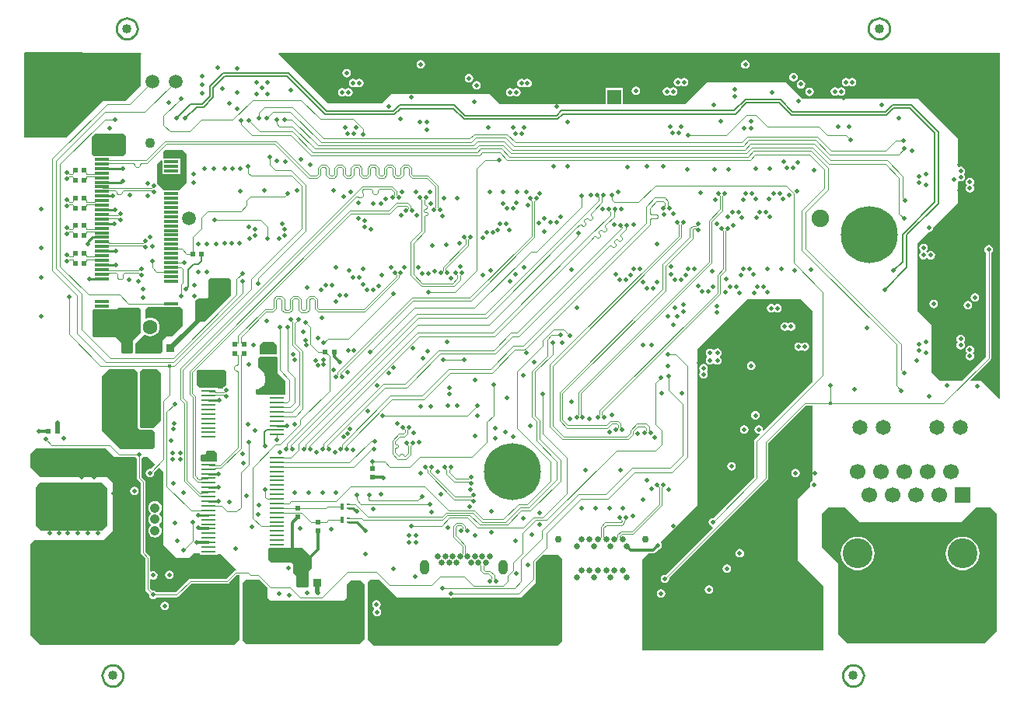
<source format=gbl>
G04*
G04 #@! TF.GenerationSoftware,Altium Limited,Altium Designer,20.1.12 (249)*
G04*
G04 Layer_Physical_Order=6*
G04 Layer_Color=16711680*
%FSLAX44Y44*%
%MOMM*%
G71*
G04*
G04 #@! TF.SameCoordinates,92C3D8CC-84FC-494B-B6CF-3A4A02D2A6DE*
G04*
G04*
G04 #@! TF.FilePolarity,Positive*
G04*
G01*
G75*
%ADD13C,0.2540*%
%ADD21C,0.1016*%
%ADD26R,1.1000X1.4000*%
%ADD27R,0.5700X0.6200*%
%ADD29R,0.6200X0.5700*%
%ADD83R,0.9700X0.9600*%
%ADD86R,1.7000X1.0160*%
%ADD87R,1.7000X1.0160*%
%ADD174C,1.7000*%
%ADD182C,1.6000*%
%ADD183C,0.7500*%
%ADD201C,0.4000*%
%ADD202C,0.3048*%
%ADD203C,0.1067*%
%ADD204C,0.5080*%
%ADD205C,0.1143*%
%ADD206C,0.2032*%
%ADD207C,0.1041*%
%ADD208C,0.1270*%
%ADD209C,1.0160*%
%ADD210C,1.1000*%
%ADD211C,0.6500*%
%ADD212O,1.0000X1.6000*%
%ADD213O,1.2000X1.7000*%
%ADD214O,1.2000X1.9000*%
%ADD215C,1.0400*%
%ADD216R,1.5000X1.5000*%
%ADD217C,1.5000*%
%ADD218O,1.4000X2.8500*%
%ADD219O,1.2000X2.2500*%
%ADD220C,2.6000*%
%ADD221C,1.6500*%
%ADD222C,3.2500*%
%ADD223R,1.7000X1.7000*%
%ADD224O,4.5000X2.0000*%
%ADD225O,2.0000X4.0000*%
%ADD226O,4.0000X2.0000*%
%ADD227C,1.9000*%
%ADD228C,0.5000*%
%ADD229C,6.0000*%
%ADD230C,0.1300*%
%ADD231C,0.5080*%
%ADD257R,1.5500X0.3000*%
%ADD258R,2.7500X1.2000*%
%ADD259R,0.4000X0.7000*%
%ADD260R,0.4000X0.2500*%
%ADD261R,1.5500X0.2800*%
%ADD262R,2.3900X1.2000*%
%ADD263C,6.2000*%
G36*
X380848Y905006D02*
X381332Y903832D01*
X380500Y903000D01*
Y869000D01*
X364000Y852500D01*
X339000D01*
X299000Y812500D01*
X254000D01*
Y904600D01*
X254900Y905497D01*
X380848Y905006D01*
D02*
G37*
G36*
X364500Y814500D02*
Y795500D01*
X361500Y792500D01*
X348032D01*
Y792532D01*
X329468D01*
X327500Y794500D01*
Y814000D01*
X331000Y817000D01*
X362000D01*
X364500Y814500D01*
D02*
G37*
G36*
X430500Y795000D02*
X430500Y763501D01*
X422032Y755032D01*
X405967D01*
X399468Y761533D01*
X399445Y761649D01*
X398668Y762812D01*
X398668Y783668D01*
X402795Y787795D01*
X403968Y787309D01*
Y782968D01*
Y772968D01*
X423532D01*
Y777968D01*
Y790032D01*
X405000D01*
Y797000D01*
X407000Y799000D01*
X426500Y799000D01*
X430500Y795000D01*
D02*
G37*
G36*
X1316500Y528659D02*
X1315327Y528173D01*
X1296000Y547500D01*
X1284322D01*
X1283836Y548673D01*
X1305831Y570669D01*
X1306393Y571509D01*
X1306590Y572500D01*
Y687232D01*
X1307296Y687704D01*
X1308307Y689216D01*
X1308661Y691000D01*
X1308307Y692784D01*
X1307296Y694296D01*
X1305784Y695307D01*
X1304000Y695662D01*
X1302216Y695307D01*
X1300704Y694296D01*
X1299693Y692784D01*
X1299338Y691000D01*
X1299693Y689216D01*
X1300704Y687704D01*
X1301410Y687232D01*
Y573573D01*
X1275338Y547500D01*
X1251000D01*
X1242000Y556500D01*
Y608500D01*
X1226500Y624000D01*
Y697500D01*
X1238865Y709865D01*
X1239000Y709838D01*
X1240784Y710193D01*
X1242296Y711204D01*
X1243307Y712716D01*
X1243662Y714500D01*
X1243635Y714635D01*
X1270501Y741501D01*
Y764831D01*
X1271621Y765430D01*
X1271770Y765330D01*
X1273554Y764975D01*
X1275338Y765330D01*
X1276850Y766340D01*
X1277861Y767853D01*
X1278215Y769637D01*
X1277861Y771420D01*
X1277492Y771973D01*
X1276891Y773002D01*
X1277492Y774032D01*
X1277861Y774584D01*
X1278215Y776367D01*
X1277861Y778151D01*
X1276850Y779664D01*
X1275338Y780674D01*
X1273554Y781029D01*
X1271770Y780674D01*
X1271621Y780574D01*
X1270501Y781173D01*
Y811999D01*
X1227500Y855000D01*
X1101000D01*
X1083500Y872500D01*
X997000D01*
X974000Y849500D01*
X905732D01*
Y866532D01*
X886668D01*
Y849500D01*
X772000D01*
X761000Y860500D01*
X653500D01*
X643000Y850000D01*
X584500D01*
X530673Y903827D01*
X531159Y905000D01*
X1316500D01*
Y528659D01*
D02*
G37*
G36*
X477000Y659500D02*
X479000Y657501D01*
X479000Y640500D01*
X451000Y612500D01*
X441499Y612500D01*
X440072Y613928D01*
Y634572D01*
X442018Y636518D01*
X442296Y636704D01*
X442482Y636982D01*
X443250Y637750D01*
X452750D01*
X454500Y639500D01*
Y657500D01*
X456500Y659500D01*
X477000Y659500D01*
D02*
G37*
G36*
X403968Y627968D02*
X423532D01*
X426500Y625000D01*
Y608000D01*
X414500Y596000D01*
X408499Y595999D01*
X404000Y591500D01*
X404000Y579000D01*
X402000Y577000D01*
X376000D01*
X374500Y578500D01*
Y587500D01*
X385260Y598260D01*
X385941Y597737D01*
X388381Y596726D01*
X391000Y596381D01*
X393619Y596726D01*
X396059Y597737D01*
X398155Y599345D01*
X399763Y601441D01*
X400774Y603881D01*
X401119Y606500D01*
X400774Y609119D01*
X399763Y611559D01*
X398155Y613655D01*
X396059Y615263D01*
X393619Y616274D01*
X391000Y616619D01*
X388381Y616274D01*
X386770Y615606D01*
X385500Y616455D01*
Y625500D01*
X388000Y628000D01*
X403968D01*
Y627968D01*
D02*
G37*
G36*
X380500Y625500D02*
Y600250D01*
X372000Y591750D01*
Y578500D01*
X370500Y577000D01*
X361000D01*
X359500Y578500D01*
Y589500D01*
X354000Y595000D01*
X330000D01*
X328000Y597000D01*
Y624500D01*
X328968Y625468D01*
X348032D01*
Y625500D01*
X354500D01*
X356000Y627000D01*
X379000D01*
X380500Y625500D01*
D02*
G37*
G36*
X528500Y586500D02*
Y576500D01*
X510500D01*
Y586500D01*
X514000Y590500D01*
X524500D01*
X528500Y586500D01*
D02*
G37*
G36*
X474000Y557500D02*
Y543500D01*
X471819Y541319D01*
X470835Y540662D01*
X470178Y539678D01*
X470000Y539500D01*
X464282D01*
Y539932D01*
X445068D01*
X442000Y543000D01*
Y558693D01*
X443307Y560000D01*
X471500D01*
X474000Y557500D01*
D02*
G37*
G36*
X529410Y573090D02*
Y559500D01*
X529500Y559049D01*
Y556001D01*
X538500Y547000D01*
X538500Y547000D01*
Y533500D01*
X537432Y532432D01*
X537324Y532539D01*
X507461D01*
X506000Y534000D01*
Y537995D01*
X506398Y538393D01*
X508517Y538672D01*
X511096Y539740D01*
X513311Y541439D01*
X515010Y543654D01*
X516078Y546233D01*
X516442Y549000D01*
X516078Y551767D01*
X515010Y554346D01*
X514987Y554376D01*
Y556013D01*
X508500Y562500D01*
Y572500D01*
X510000Y574000D01*
X528500D01*
X529410Y573090D01*
D02*
G37*
G36*
X402500Y556000D02*
Y504200D01*
X394300Y496000D01*
X393364D01*
X393001Y496072D01*
X393000Y496072D01*
X393000D01*
X381428Y496072D01*
X379500Y498000D01*
X379500Y558000D01*
X382000Y560500D01*
X398000Y560500D01*
X402500Y556000D01*
D02*
G37*
G36*
X377000Y557000D02*
Y497000D01*
X380000Y494000D01*
X393000Y494001D01*
X396000Y491000D01*
X396000Y476000D01*
X393000Y473000D01*
X358500D01*
X338500Y493000D01*
Y517000D01*
X338501Y553001D01*
X346000Y560500D01*
X373500D01*
X377000Y557000D01*
D02*
G37*
G36*
X464000Y468500D02*
Y460500D01*
X463432Y459932D01*
X446568D01*
X445500Y461000D01*
Y465500D01*
X447000Y467000D01*
X450177D01*
X452000Y468823D01*
Y470500D01*
X453500Y471500D01*
X461000D01*
X464000Y468500D01*
D02*
G37*
G36*
X1312500Y403000D02*
Y274500D01*
X1299500Y261500D01*
X1150500D01*
X1140000Y272000D01*
Y348500D01*
X1122000Y366500D01*
Y402500D01*
X1129500Y409500D01*
X1147500D01*
X1163500Y393500D01*
X1273500D01*
X1290000Y410000D01*
X1305500D01*
X1312500Y403000D01*
D02*
G37*
G36*
X344000Y431000D02*
Y390000D01*
X338500Y384500D01*
X272000D01*
X266500Y390000D01*
Y431000D01*
X271000Y436500D01*
X338500D01*
X344000Y431000D01*
D02*
G37*
G36*
X1112000Y624000D02*
Y546162D01*
X1059188Y493350D01*
X1058018Y493976D01*
X1058162Y494700D01*
X1057807Y496484D01*
X1056796Y497996D01*
X1055284Y499007D01*
X1053500Y499362D01*
X1051716Y499007D01*
X1050204Y497996D01*
X1049193Y496484D01*
X1048838Y494700D01*
X1049193Y492916D01*
X1050204Y491404D01*
X1051716Y490393D01*
X1053500Y490038D01*
X1054224Y490182D01*
X1054849Y489012D01*
X1049669Y483831D01*
X1049107Y482991D01*
X1048910Y482000D01*
Y442573D01*
X1004333Y397996D01*
X1003500Y398162D01*
X1001716Y397807D01*
X1000204Y396796D01*
X999193Y395284D01*
X998838Y393500D01*
X999193Y391716D01*
X1000204Y390204D01*
X1001716Y389193D01*
X1002983Y388941D01*
X1003475Y387637D01*
X952333Y336496D01*
X951500Y336662D01*
X949716Y336307D01*
X948204Y335296D01*
X947193Y333784D01*
X946838Y332000D01*
X947193Y330216D01*
X948204Y328704D01*
X949716Y327693D01*
X951500Y327338D01*
X953284Y327693D01*
X954796Y328704D01*
X955807Y330216D01*
X956162Y332000D01*
X955996Y332833D01*
X1063331Y440169D01*
X1063893Y441009D01*
X1064090Y442000D01*
Y479927D01*
X1104573Y520410D01*
X1112000D01*
Y438662D01*
X1110704Y437796D01*
X1109693Y436284D01*
X1109338Y434500D01*
X1109693Y432716D01*
X1109903Y432403D01*
X1096000Y418500D01*
Y352000D01*
X1124000Y324000D01*
Y254000D01*
X926500D01*
Y352000D01*
X933874Y359374D01*
X938442D01*
X938442Y359374D01*
X939830Y359650D01*
X941006Y360436D01*
X944009Y363440D01*
X945284Y363693D01*
X946796Y364704D01*
X947807Y366216D01*
X948162Y368000D01*
X947807Y369784D01*
X946796Y371296D01*
X946707Y372207D01*
X987000Y412500D01*
Y582500D01*
X1041000Y636500D01*
X1099500D01*
X1112000Y624000D01*
D02*
G37*
G36*
X396093Y457407D02*
Y456137D01*
X391622Y451666D01*
X390789Y451832D01*
X389005Y451477D01*
X387493Y450467D01*
X386482Y448954D01*
X386128Y447170D01*
X386482Y445387D01*
X387493Y443874D01*
X389005Y442864D01*
X390789Y442509D01*
X392573Y442864D01*
X394085Y443874D01*
X395096Y445387D01*
X395451Y447170D01*
X395285Y448004D01*
X400391Y453110D01*
X405000Y448500D01*
X405000Y369500D01*
X419500Y355000D01*
X433500D01*
X438500Y360000D01*
X444500D01*
X444718Y359782D01*
Y358068D01*
X464282D01*
Y359000D01*
X468000D01*
X484737Y342263D01*
X484251Y341090D01*
X484000D01*
X483009Y340893D01*
X482169Y340331D01*
X473927Y332090D01*
X434500D01*
X433509Y331893D01*
X432669Y331331D01*
X418427Y317090D01*
X398268D01*
X397796Y317796D01*
X396284Y318807D01*
X394500Y319162D01*
X393667Y318996D01*
X391090Y321573D01*
Y330999D01*
X392210Y331598D01*
X392516Y331393D01*
X394300Y331038D01*
X396084Y331393D01*
X397596Y332404D01*
X398607Y333916D01*
X398962Y335700D01*
X398607Y337484D01*
X397596Y338996D01*
X396084Y340007D01*
X394300Y340362D01*
X392516Y340007D01*
X392210Y339802D01*
X391090Y340401D01*
Y355000D01*
X390893Y355991D01*
X390331Y356831D01*
X385640Y361523D01*
Y437750D01*
X385443Y438741D01*
X384881Y439581D01*
X381390Y443073D01*
Y463432D01*
X382096Y463904D01*
X382829Y465000D01*
X388500D01*
X396093Y457407D01*
D02*
G37*
G36*
X567000Y355500D02*
Y343500D01*
X563455Y339955D01*
Y323955D01*
X562000Y322500D01*
X551500D01*
X550000Y324000D01*
Y335500D01*
X547000Y338500D01*
Y347500D01*
X545000Y349500D01*
X522500D01*
X519500Y352500D01*
X519500Y364522D01*
X520537Y365560D01*
X556940D01*
X567000Y355500D01*
D02*
G37*
G36*
X839500Y354000D02*
Y264000D01*
X834500Y259000D01*
X634500D01*
X627500Y266000D01*
Y327500D01*
X630500Y331000D01*
X641000D01*
X660500Y311500D01*
X716257D01*
X716716Y311193D01*
X718500Y310838D01*
X720284Y311193D01*
X720743Y311500D01*
X795000D01*
X811000Y327500D01*
Y331049D01*
X811090Y331500D01*
Y350427D01*
X819163Y358500D01*
X835000D01*
X839500Y354000D01*
D02*
G37*
G36*
X509838Y331000D02*
X518500Y322337D01*
X518500Y311500D01*
X522000Y308000D01*
X602000D01*
X605000Y311000D01*
Y326000D01*
X609500Y330500D01*
X620000D01*
X624500Y326000D01*
Y266500D01*
X618500Y260500D01*
X495500D01*
X491500Y264500D01*
Y327500D01*
X495000Y331000D01*
X509838Y331000D01*
D02*
G37*
G36*
X352200Y465000D02*
X355521D01*
X355809Y464807D01*
X356800Y464610D01*
X375032D01*
X375504Y463904D01*
X376210Y463432D01*
Y442000D01*
X376407Y441009D01*
X376969Y440169D01*
X380460Y436677D01*
Y360450D01*
X380657Y359459D01*
X381219Y358619D01*
X385910Y353927D01*
Y320500D01*
X386107Y319509D01*
X386669Y318669D01*
X390004Y315333D01*
X389838Y314500D01*
X390193Y312716D01*
X391204Y311204D01*
X392716Y310193D01*
X394500Y309839D01*
X396284Y310193D01*
X397796Y311204D01*
X398268Y311910D01*
X419500D01*
X420491Y312107D01*
X421331Y312669D01*
X435573Y326910D01*
X475000D01*
X475991Y327107D01*
X476831Y327669D01*
X485073Y335910D01*
X488500D01*
Y266000D01*
X482500Y260000D01*
X271500D01*
X260500Y271000D01*
Y370000D01*
X264500Y374000D01*
X340000D01*
X350000Y384000D01*
Y437000D01*
X344000Y443000D01*
X271500D01*
X260500Y454000D01*
Y468000D01*
X267000Y474500D01*
X342700D01*
X352200Y465000D01*
D02*
G37*
%LPC*%
G36*
X1039000Y897162D02*
X1037216Y896807D01*
X1035704Y895796D01*
X1034693Y894284D01*
X1034338Y892500D01*
X1034693Y890716D01*
X1035704Y889204D01*
X1037216Y888193D01*
X1039000Y887838D01*
X1040784Y888193D01*
X1042296Y889204D01*
X1043307Y890716D01*
X1043662Y892500D01*
X1043307Y894284D01*
X1042296Y895796D01*
X1040784Y896807D01*
X1039000Y897162D01*
D02*
G37*
G36*
X685500D02*
X683716Y896807D01*
X682204Y895796D01*
X681193Y894284D01*
X680838Y892500D01*
X681193Y890716D01*
X682204Y889204D01*
X683716Y888193D01*
X685500Y887838D01*
X687284Y888193D01*
X688796Y889204D01*
X689807Y890716D01*
X690162Y892500D01*
X689807Y894284D01*
X688796Y895796D01*
X687284Y896807D01*
X685500Y897162D01*
D02*
G37*
G36*
X604750Y887412D02*
X602966Y887057D01*
X601454Y886046D01*
X600443Y884534D01*
X600088Y882750D01*
X600443Y880966D01*
X601454Y879454D01*
X602966Y878443D01*
X604750Y878088D01*
X606534Y878443D01*
X608046Y879454D01*
X609057Y880966D01*
X609412Y882750D01*
X609057Y884534D01*
X608046Y886046D01*
X606534Y887057D01*
X604750Y887412D01*
D02*
G37*
G36*
X1155368Y877793D02*
X1153584Y877438D01*
X1153032Y877069D01*
X1152002Y876468D01*
X1150973Y877069D01*
X1150421Y877438D01*
X1148637Y877793D01*
X1146853Y877438D01*
X1145340Y876428D01*
X1144330Y874915D01*
X1143975Y873132D01*
X1144330Y871348D01*
X1145340Y869835D01*
X1146853Y868825D01*
X1148637Y868470D01*
X1150421Y868825D01*
X1150973Y869194D01*
X1152002Y869795D01*
X1153032Y869194D01*
X1153584Y868825D01*
X1155368Y868470D01*
X1157151Y868825D01*
X1158664Y869835D01*
X1159674Y871348D01*
X1160029Y873132D01*
X1159674Y874915D01*
X1158664Y876428D01*
X1157151Y877438D01*
X1155368Y877793D01*
D02*
G37*
G36*
X972367Y877793D02*
X970584Y877438D01*
X970032Y877069D01*
X969002Y876468D01*
X967973Y877069D01*
X967420Y877438D01*
X965637Y877793D01*
X963853Y877438D01*
X962340Y876428D01*
X961330Y874915D01*
X960975Y873131D01*
X961330Y871348D01*
X962340Y869835D01*
X963853Y868825D01*
X965637Y868470D01*
X967420Y868825D01*
X967973Y869194D01*
X969002Y869795D01*
X970032Y869194D01*
X970584Y868825D01*
X972367Y868470D01*
X974151Y868825D01*
X975664Y869835D01*
X976674Y871348D01*
X977029Y873131D01*
X976674Y874915D01*
X975664Y876428D01*
X974151Y877438D01*
X972367Y877793D01*
D02*
G37*
G36*
X801868Y876793D02*
X800084Y876438D01*
X799531Y876069D01*
X798502Y875468D01*
X797473Y876069D01*
X796920Y876438D01*
X795136Y876793D01*
X793353Y876438D01*
X791840Y875428D01*
X790830Y873915D01*
X790475Y872132D01*
X790830Y870348D01*
X791840Y868835D01*
X793353Y867825D01*
X795136Y867470D01*
X796920Y867825D01*
X797473Y868194D01*
X798502Y868795D01*
X799531Y868194D01*
X800084Y867825D01*
X801868Y867470D01*
X803651Y867825D01*
X805164Y868835D01*
X806174Y870348D01*
X806529Y872132D01*
X806174Y873915D01*
X805164Y875428D01*
X803651Y876438D01*
X801868Y876793D01*
D02*
G37*
G36*
X618867D02*
X617084Y876438D01*
X616531Y876069D01*
X615502Y875468D01*
X614473Y876069D01*
X613920Y876438D01*
X612136Y876793D01*
X610353Y876438D01*
X608840Y875428D01*
X607830Y873915D01*
X607475Y872132D01*
X607830Y870348D01*
X608840Y868835D01*
X610353Y867825D01*
X612136Y867470D01*
X613920Y867825D01*
X614473Y868194D01*
X615502Y868795D01*
X616531Y868194D01*
X617084Y867825D01*
X618867Y867470D01*
X620651Y867825D01*
X622164Y868835D01*
X623174Y870348D01*
X623529Y872132D01*
X623174Y873915D01*
X622164Y875428D01*
X620651Y876438D01*
X618867Y876793D01*
D02*
G37*
G36*
X1091500Y883162D02*
X1089716Y882807D01*
X1088204Y881796D01*
X1087193Y880284D01*
X1086838Y878500D01*
X1087193Y876716D01*
X1088204Y875204D01*
X1089716Y874193D01*
X1091500Y873838D01*
X1093284Y874193D01*
X1094796Y875204D01*
X1095807Y876716D01*
X1096162Y878500D01*
X1095807Y880284D01*
X1094796Y881796D01*
X1093284Y882807D01*
X1091500Y883162D01*
D02*
G37*
G36*
X738000Y882162D02*
X736216Y881807D01*
X734704Y880796D01*
X733693Y879284D01*
X733338Y877500D01*
X733693Y875716D01*
X734704Y874204D01*
X736216Y873193D01*
X738000Y872838D01*
X739784Y873193D01*
X741296Y874204D01*
X742307Y875716D01*
X742662Y877500D01*
X742307Y879284D01*
X741296Y880796D01*
X739784Y881807D01*
X738000Y882162D01*
D02*
G37*
G36*
X1143364Y867716D02*
X1141580Y867361D01*
X1141028Y866992D01*
X1139998Y866391D01*
X1138969Y866992D01*
X1138416Y867361D01*
X1136633Y867716D01*
X1134849Y867361D01*
X1133336Y866350D01*
X1132326Y864838D01*
X1131971Y863054D01*
X1132326Y861270D01*
X1133336Y859758D01*
X1134849Y858747D01*
X1136633Y858392D01*
X1138416Y858747D01*
X1138969Y859116D01*
X1139998Y859717D01*
X1141028Y859116D01*
X1141580Y858747D01*
X1143364Y858392D01*
X1145147Y858747D01*
X1146660Y859758D01*
X1147670Y861270D01*
X1148025Y863054D01*
X1147670Y864838D01*
X1146660Y866350D01*
X1145147Y867361D01*
X1143364Y867716D01*
D02*
G37*
G36*
X960363Y867715D02*
X958580Y867361D01*
X958027Y866992D01*
X956998Y866391D01*
X955968Y866992D01*
X955416Y867361D01*
X953633Y867715D01*
X951849Y867361D01*
X950336Y866350D01*
X949326Y864838D01*
X948971Y863054D01*
X949326Y861270D01*
X950336Y859758D01*
X951849Y858747D01*
X953633Y858392D01*
X955416Y858747D01*
X955968Y859116D01*
X956998Y859717D01*
X958027Y859116D01*
X958580Y858747D01*
X960363Y858392D01*
X962147Y858747D01*
X963660Y859758D01*
X964670Y861270D01*
X965025Y863054D01*
X964670Y864838D01*
X963660Y866350D01*
X962147Y867361D01*
X960363Y867715D01*
D02*
G37*
G36*
X1099800Y875462D02*
X1098016Y875107D01*
X1096504Y874096D01*
X1095493Y872584D01*
X1095138Y870800D01*
X1095493Y869016D01*
X1096504Y867504D01*
X1098016Y866493D01*
X1099800Y866139D01*
X1101584Y866493D01*
X1103096Y867504D01*
X1104107Y869016D01*
X1104462Y870800D01*
X1104107Y872584D01*
X1103096Y874096D01*
X1101584Y875107D01*
X1099800Y875462D01*
D02*
G37*
G36*
X789864Y866715D02*
X788080Y866361D01*
X787527Y865992D01*
X786498Y865391D01*
X785469Y865992D01*
X784916Y866361D01*
X783132Y866715D01*
X781349Y866361D01*
X779836Y865350D01*
X778826Y863838D01*
X778471Y862054D01*
X778826Y860270D01*
X779836Y858758D01*
X781349Y857747D01*
X783132Y857392D01*
X784916Y857747D01*
X785469Y858116D01*
X786498Y858717D01*
X787527Y858116D01*
X788080Y857747D01*
X789864Y857392D01*
X791647Y857747D01*
X793160Y858758D01*
X794170Y860270D01*
X794525Y862054D01*
X794170Y863838D01*
X793160Y865350D01*
X791647Y866361D01*
X789864Y866715D01*
D02*
G37*
G36*
X606864D02*
X605080Y866361D01*
X604527Y865992D01*
X603498Y865391D01*
X602468Y865992D01*
X601916Y866361D01*
X600132Y866715D01*
X598349Y866361D01*
X596836Y865350D01*
X595826Y863838D01*
X595471Y862054D01*
X595826Y860270D01*
X596836Y858758D01*
X598349Y857747D01*
X600132Y857392D01*
X601916Y857747D01*
X602468Y858116D01*
X603498Y858717D01*
X604527Y858116D01*
X605080Y857747D01*
X606864Y857392D01*
X608647Y857747D01*
X610160Y858758D01*
X611170Y860270D01*
X611525Y862054D01*
X611170Y863838D01*
X610160Y865350D01*
X608647Y866361D01*
X606864Y866715D01*
D02*
G37*
G36*
X746300Y874462D02*
X744516Y874107D01*
X743004Y873096D01*
X741993Y871584D01*
X741638Y869800D01*
X741993Y868016D01*
X743004Y866504D01*
X744516Y865493D01*
X746300Y865138D01*
X748084Y865493D01*
X749596Y866504D01*
X750607Y868016D01*
X750962Y869800D01*
X750607Y871584D01*
X749596Y873096D01*
X748084Y874107D01*
X746300Y874462D01*
D02*
G37*
G36*
X919750Y868412D02*
X917966Y868057D01*
X916454Y867046D01*
X915443Y865534D01*
X915088Y863750D01*
X915443Y861966D01*
X916454Y860454D01*
X917966Y859443D01*
X919750Y859089D01*
X921534Y859443D01*
X923046Y860454D01*
X924057Y861966D01*
X924412Y863750D01*
X924057Y865534D01*
X923046Y867046D01*
X921534Y868057D01*
X919750Y868412D01*
D02*
G37*
G36*
X1109000Y867162D02*
X1107216Y866807D01*
X1105704Y865796D01*
X1104693Y864284D01*
X1104338Y862500D01*
X1104693Y860716D01*
X1105704Y859204D01*
X1107216Y858193D01*
X1109000Y857838D01*
X1110784Y858193D01*
X1112296Y859204D01*
X1113307Y860716D01*
X1113662Y862500D01*
X1113307Y864284D01*
X1112296Y865796D01*
X1110784Y866807D01*
X1109000Y867162D01*
D02*
G37*
G36*
X1283631Y769025D02*
X1281848Y768670D01*
X1280335Y767660D01*
X1279325Y766147D01*
X1278970Y764363D01*
X1279325Y762580D01*
X1279694Y762028D01*
X1280295Y760998D01*
X1279694Y759968D01*
X1279325Y759416D01*
X1278970Y757633D01*
X1279325Y755849D01*
X1280335Y754336D01*
X1281848Y753326D01*
X1283631Y752971D01*
X1285415Y753326D01*
X1286928Y754336D01*
X1287938Y755849D01*
X1288293Y757633D01*
X1287938Y759416D01*
X1287569Y759968D01*
X1286968Y760998D01*
X1287569Y762028D01*
X1287938Y762580D01*
X1288293Y764363D01*
X1287938Y766147D01*
X1286928Y767660D01*
X1285415Y768670D01*
X1283631Y769025D01*
D02*
G37*
G36*
X1233000Y697162D02*
X1231216Y696807D01*
X1229704Y695796D01*
X1228693Y694284D01*
X1228338Y692500D01*
X1228693Y690716D01*
X1229648Y689287D01*
X1229807Y688914D01*
Y688086D01*
X1229648Y687713D01*
X1228693Y686284D01*
X1228338Y684500D01*
X1228693Y682716D01*
X1229704Y681204D01*
X1231216Y680193D01*
X1233000Y679838D01*
X1234784Y680193D01*
X1236213Y681148D01*
X1236586Y681307D01*
X1237414D01*
X1237787Y681148D01*
X1239216Y680193D01*
X1241000Y679838D01*
X1242784Y680193D01*
X1244296Y681204D01*
X1245307Y682716D01*
X1245661Y684500D01*
X1245307Y686284D01*
X1244296Y687796D01*
X1242784Y688807D01*
X1241000Y689162D01*
X1239216Y688807D01*
X1237787Y687852D01*
X1237414Y687693D01*
X1237392D01*
X1236193Y688892D01*
Y688914D01*
X1236352Y689287D01*
X1237307Y690716D01*
X1237662Y692500D01*
X1237307Y694284D01*
X1236296Y695796D01*
X1234784Y696807D01*
X1233000Y697162D01*
D02*
G37*
G36*
X1289000Y643162D02*
X1287216Y642807D01*
X1285704Y641796D01*
X1284693Y640284D01*
X1284338Y638500D01*
X1284693Y636716D01*
X1285704Y635204D01*
X1287216Y634193D01*
X1289000Y633839D01*
X1290784Y634193D01*
X1292296Y635204D01*
X1293307Y636716D01*
X1293661Y638500D01*
X1293307Y640284D01*
X1292296Y641796D01*
X1290784Y642807D01*
X1289000Y643162D01*
D02*
G37*
G36*
X1244250Y635911D02*
X1242466Y635557D01*
X1240954Y634546D01*
X1239943Y633034D01*
X1239589Y631250D01*
X1239943Y629466D01*
X1240954Y627954D01*
X1242466Y626943D01*
X1244250Y626588D01*
X1246034Y626943D01*
X1247546Y627954D01*
X1248557Y629466D01*
X1248912Y631250D01*
X1248557Y633034D01*
X1247546Y634546D01*
X1246034Y635557D01*
X1244250Y635911D01*
D02*
G37*
G36*
X1281300Y634862D02*
X1279516Y634507D01*
X1278004Y633496D01*
X1276993Y631984D01*
X1276638Y630200D01*
X1276993Y628416D01*
X1278004Y626904D01*
X1279516Y625893D01*
X1281300Y625538D01*
X1283084Y625893D01*
X1284596Y626904D01*
X1285607Y628416D01*
X1285962Y630200D01*
X1285607Y631984D01*
X1284596Y633496D01*
X1283084Y634507D01*
X1281300Y634862D01*
D02*
G37*
G36*
X1273554Y598029D02*
X1271770Y597674D01*
X1270258Y596664D01*
X1269247Y595151D01*
X1268892Y593368D01*
X1269247Y591584D01*
X1269616Y591031D01*
X1270217Y590002D01*
X1269616Y588973D01*
X1269247Y588420D01*
X1268892Y586637D01*
X1269247Y584853D01*
X1270258Y583340D01*
X1271770Y582330D01*
X1273554Y581975D01*
X1275338Y582330D01*
X1276850Y583340D01*
X1277861Y584853D01*
X1278215Y586637D01*
X1277861Y588420D01*
X1277492Y588973D01*
X1276891Y590002D01*
X1277492Y591031D01*
X1277861Y591584D01*
X1278215Y593368D01*
X1277861Y595151D01*
X1276850Y596664D01*
X1275338Y597674D01*
X1273554Y598029D01*
D02*
G37*
G36*
X1283632Y586025D02*
X1281848Y585670D01*
X1280335Y584660D01*
X1279325Y583147D01*
X1278970Y581363D01*
X1279325Y579580D01*
X1279694Y579027D01*
X1280295Y577998D01*
X1279694Y576968D01*
X1279325Y576416D01*
X1278970Y574632D01*
X1279325Y572849D01*
X1280335Y571336D01*
X1281848Y570326D01*
X1283632Y569971D01*
X1285415Y570326D01*
X1286928Y571336D01*
X1287938Y572849D01*
X1288293Y574632D01*
X1287938Y576416D01*
X1287569Y576968D01*
X1286968Y577998D01*
X1287569Y579027D01*
X1287938Y579580D01*
X1288293Y581363D01*
X1287938Y583147D01*
X1286928Y584660D01*
X1285415Y585670D01*
X1283632Y586025D01*
D02*
G37*
G36*
X1275700Y377870D02*
X1272116Y377518D01*
X1268670Y376472D01*
X1265494Y374775D01*
X1262710Y372490D01*
X1260425Y369706D01*
X1258728Y366530D01*
X1257682Y363084D01*
X1257329Y359500D01*
X1257682Y355916D01*
X1258728Y352470D01*
X1260425Y349294D01*
X1262710Y346510D01*
X1265494Y344226D01*
X1268670Y342528D01*
X1272116Y341483D01*
X1275700Y341129D01*
X1279284Y341483D01*
X1282730Y342528D01*
X1285906Y344226D01*
X1288690Y346510D01*
X1290974Y349294D01*
X1292672Y352470D01*
X1293717Y355916D01*
X1294070Y359500D01*
X1293717Y363084D01*
X1292672Y366530D01*
X1290974Y369706D01*
X1288690Y372490D01*
X1285906Y374775D01*
X1282730Y376472D01*
X1279284Y377518D01*
X1275700Y377870D01*
D02*
G37*
G36*
X1161400D02*
X1157816Y377518D01*
X1154370Y376472D01*
X1151194Y374775D01*
X1148410Y372490D01*
X1146125Y369706D01*
X1144428Y366530D01*
X1143382Y363084D01*
X1143029Y359500D01*
X1143382Y355916D01*
X1144428Y352470D01*
X1146125Y349294D01*
X1148410Y346510D01*
X1151194Y344226D01*
X1154370Y342528D01*
X1157816Y341483D01*
X1161400Y341129D01*
X1164984Y341483D01*
X1168430Y342528D01*
X1171606Y344226D01*
X1174390Y346510D01*
X1176674Y349294D01*
X1178372Y352470D01*
X1179417Y355916D01*
X1179771Y359500D01*
X1179417Y363084D01*
X1178372Y366530D01*
X1176674Y369706D01*
X1174390Y372490D01*
X1171606Y374775D01*
X1168430Y376472D01*
X1164984Y377518D01*
X1161400Y377870D01*
D02*
G37*
G36*
X1073866Y631530D02*
X1072082Y631175D01*
X1071530Y630806D01*
X1070500Y630205D01*
X1069471Y630806D01*
X1068919Y631175D01*
X1067135Y631530D01*
X1065351Y631175D01*
X1063839Y630165D01*
X1062828Y628652D01*
X1062473Y626869D01*
X1062828Y625085D01*
X1063839Y623572D01*
X1065351Y622562D01*
X1067135Y622207D01*
X1068919Y622562D01*
X1069471Y622931D01*
X1070500Y623532D01*
X1071530Y622931D01*
X1072082Y622562D01*
X1073866Y622207D01*
X1075650Y622562D01*
X1077162Y623572D01*
X1078173Y625085D01*
X1078528Y626869D01*
X1078173Y628652D01*
X1077162Y630165D01*
X1075650Y631175D01*
X1073866Y631530D01*
D02*
G37*
G36*
X1088866Y611530D02*
X1087082Y611175D01*
X1086530Y610806D01*
X1085500Y610205D01*
X1084471Y610806D01*
X1083919Y611175D01*
X1082135Y611530D01*
X1080351Y611175D01*
X1078839Y610165D01*
X1077828Y608652D01*
X1077473Y606869D01*
X1077828Y605085D01*
X1078839Y603572D01*
X1080351Y602562D01*
X1082135Y602207D01*
X1083919Y602562D01*
X1084471Y602931D01*
X1085500Y603532D01*
X1086530Y602931D01*
X1087082Y602562D01*
X1088866Y602207D01*
X1090650Y602562D01*
X1092162Y603572D01*
X1093173Y605085D01*
X1093527Y606869D01*
X1093173Y608652D01*
X1092162Y610165D01*
X1090650Y611175D01*
X1088866Y611530D01*
D02*
G37*
G36*
X1103866Y589513D02*
X1102082Y589159D01*
X1101530Y588789D01*
X1100500Y588188D01*
X1099471Y588789D01*
X1098919Y589159D01*
X1097135Y589513D01*
X1095351Y589159D01*
X1093839Y588148D01*
X1092828Y586636D01*
X1092473Y584852D01*
X1092828Y583068D01*
X1093839Y581555D01*
X1095351Y580545D01*
X1097135Y580190D01*
X1098919Y580545D01*
X1099471Y580914D01*
X1100500Y581515D01*
X1101530Y580914D01*
X1102082Y580545D01*
X1103866Y580190D01*
X1105650Y580545D01*
X1107162Y581555D01*
X1108173Y583068D01*
X1108527Y584852D01*
X1108173Y586636D01*
X1107162Y588148D01*
X1105650Y589159D01*
X1103866Y589513D01*
D02*
G37*
G36*
X1008500Y583162D02*
X1006716Y582807D01*
X1005204Y581796D01*
X1005039Y581549D01*
X1003482Y581506D01*
X1002284Y582307D01*
X1000500Y582662D01*
X998716Y582307D01*
X997204Y581296D01*
X996193Y579784D01*
X995838Y578000D01*
X996193Y576216D01*
X997148Y574787D01*
X997307Y574414D01*
Y573586D01*
X997148Y573213D01*
X996193Y571784D01*
X995838Y570000D01*
X996193Y568216D01*
X997204Y566704D01*
X998716Y565693D01*
X1000500Y565338D01*
X1002284Y565693D01*
X1003713Y566648D01*
X1004086Y566807D01*
X1004914D01*
X1005287Y566648D01*
X1006716Y565693D01*
X1008500Y565338D01*
X1010284Y565693D01*
X1011796Y566704D01*
X1012807Y568216D01*
X1013161Y570000D01*
X1012807Y571784D01*
X1011796Y573296D01*
X1011319Y573615D01*
Y574885D01*
X1011796Y575204D01*
X1012807Y576716D01*
X1013161Y578500D01*
X1012807Y580284D01*
X1011796Y581796D01*
X1010284Y582807D01*
X1008500Y583162D01*
D02*
G37*
G36*
X1045462Y568862D02*
X1043678Y568507D01*
X1042166Y567496D01*
X1041155Y565984D01*
X1040801Y564200D01*
X1041155Y562416D01*
X1042166Y560904D01*
X1043678Y559893D01*
X1045462Y559538D01*
X1047246Y559893D01*
X1048758Y560904D01*
X1049769Y562416D01*
X1050124Y564200D01*
X1049769Y565984D01*
X1048758Y567496D01*
X1047246Y568507D01*
X1045462Y568862D01*
D02*
G37*
G36*
X993634Y566000D02*
X991850Y565645D01*
X990338Y564635D01*
X989327Y563123D01*
X988972Y561339D01*
X989327Y559555D01*
X989696Y559003D01*
X990297Y557973D01*
X989696Y556944D01*
X989327Y556392D01*
X988972Y554608D01*
X989327Y552824D01*
X990338Y551311D01*
X991850Y550301D01*
X993634Y549946D01*
X995418Y550301D01*
X996930Y551311D01*
X997940Y552824D01*
X998295Y554608D01*
X997940Y556392D01*
X997571Y556944D01*
X996970Y557973D01*
X997571Y559003D01*
X997940Y559555D01*
X998295Y561339D01*
X997940Y563123D01*
X996930Y564635D01*
X995418Y565645D01*
X993634Y566000D01*
D02*
G37*
G36*
X1050000Y514662D02*
X1048216Y514307D01*
X1046704Y513296D01*
X1045693Y511784D01*
X1045338Y510000D01*
X1045693Y508216D01*
X1046704Y506704D01*
X1048216Y505693D01*
X1050000Y505338D01*
X1051784Y505693D01*
X1053296Y506704D01*
X1054307Y508216D01*
X1054662Y510000D01*
X1054307Y511784D01*
X1053296Y513296D01*
X1051784Y514307D01*
X1050000Y514662D01*
D02*
G37*
G36*
X1038000Y499162D02*
X1036216Y498807D01*
X1034704Y497796D01*
X1033693Y496284D01*
X1033338Y494500D01*
X1033693Y492716D01*
X1034704Y491204D01*
X1036216Y490193D01*
X1038000Y489838D01*
X1039784Y490193D01*
X1041296Y491204D01*
X1042307Y492716D01*
X1042662Y494500D01*
X1042307Y496284D01*
X1041296Y497796D01*
X1039784Y498807D01*
X1038000Y499162D01*
D02*
G37*
G36*
X1024000Y459162D02*
X1022216Y458807D01*
X1020704Y457796D01*
X1019693Y456284D01*
X1019338Y454500D01*
X1019693Y452716D01*
X1020704Y451204D01*
X1022216Y450193D01*
X1024000Y449838D01*
X1025784Y450193D01*
X1027296Y451204D01*
X1028307Y452716D01*
X1028662Y454500D01*
X1028307Y456284D01*
X1027296Y457796D01*
X1025784Y458807D01*
X1024000Y459162D01*
D02*
G37*
G36*
X1093700Y451662D02*
X1091916Y451307D01*
X1090404Y450296D01*
X1089393Y448784D01*
X1089038Y447000D01*
X1089393Y445216D01*
X1090404Y443704D01*
X1091916Y442693D01*
X1093700Y442338D01*
X1095484Y442693D01*
X1096996Y443704D01*
X1098007Y445216D01*
X1098362Y447000D01*
X1098007Y448784D01*
X1096996Y450296D01*
X1095484Y451307D01*
X1093700Y451662D01*
D02*
G37*
G36*
X1033000Y364662D02*
X1031216Y364307D01*
X1029704Y363296D01*
X1028693Y361784D01*
X1028338Y360000D01*
X1028693Y358216D01*
X1029704Y356704D01*
X1031216Y355693D01*
X1033000Y355338D01*
X1034784Y355693D01*
X1036296Y356704D01*
X1037307Y358216D01*
X1037662Y360000D01*
X1037307Y361784D01*
X1036296Y363296D01*
X1034784Y364307D01*
X1033000Y364662D01*
D02*
G37*
G36*
X1019000Y347662D02*
X1017216Y347307D01*
X1015704Y346296D01*
X1014693Y344784D01*
X1014338Y343000D01*
X1014693Y341216D01*
X1015704Y339704D01*
X1017216Y338693D01*
X1019000Y338338D01*
X1020784Y338693D01*
X1022296Y339704D01*
X1023307Y341216D01*
X1023662Y343000D01*
X1023307Y344784D01*
X1022296Y346296D01*
X1020784Y347307D01*
X1019000Y347662D01*
D02*
G37*
G36*
X999500Y324662D02*
X997716Y324307D01*
X996204Y323296D01*
X995193Y321784D01*
X994838Y320000D01*
X995193Y318216D01*
X996204Y316704D01*
X997716Y315693D01*
X999500Y315338D01*
X1001284Y315693D01*
X1002796Y316704D01*
X1003807Y318216D01*
X1004162Y320000D01*
X1003807Y321784D01*
X1002796Y323296D01*
X1001284Y324307D01*
X999500Y324662D01*
D02*
G37*
G36*
X947200Y320462D02*
X945416Y320107D01*
X943904Y319096D01*
X942893Y317584D01*
X942539Y315800D01*
X942893Y314016D01*
X943904Y312504D01*
X945416Y311493D01*
X947200Y311138D01*
X948984Y311493D01*
X950496Y312504D01*
X951507Y314016D01*
X951862Y315800D01*
X951507Y317584D01*
X950496Y319096D01*
X948984Y320107D01*
X947200Y320462D01*
D02*
G37*
G36*
X396200Y416544D02*
X394312Y416296D01*
X392553Y415567D01*
X391042Y414408D01*
X389883Y412897D01*
X389154Y411138D01*
X388906Y409250D01*
X389154Y407362D01*
X389883Y405603D01*
X391042Y404092D01*
X391638Y403635D01*
Y402365D01*
X391042Y401908D01*
X389883Y400397D01*
X389154Y398638D01*
X388906Y396750D01*
X389154Y394862D01*
X389883Y393103D01*
X391042Y391592D01*
X391638Y391135D01*
Y389865D01*
X391042Y389408D01*
X389883Y387897D01*
X389154Y386138D01*
X388906Y384250D01*
X389154Y382362D01*
X389883Y380603D01*
X391042Y379092D01*
X392553Y377933D01*
X394312Y377204D01*
X396200Y376956D01*
X398088Y377204D01*
X399847Y377933D01*
X401358Y379092D01*
X402517Y380603D01*
X403246Y382362D01*
X403494Y384250D01*
X403246Y386138D01*
X402517Y387897D01*
X401358Y389408D01*
X400762Y389865D01*
Y391135D01*
X401358Y391592D01*
X402517Y393103D01*
X403246Y394862D01*
X403494Y396750D01*
X403246Y398638D01*
X402517Y400397D01*
X401358Y401908D01*
X400762Y402365D01*
Y403635D01*
X401358Y404092D01*
X402517Y405603D01*
X403246Y407362D01*
X403494Y409250D01*
X403246Y411138D01*
X402517Y412897D01*
X401358Y414408D01*
X399847Y415567D01*
X398088Y416296D01*
X396200Y416544D01*
D02*
G37*
G36*
X411700Y340961D02*
X409916Y340607D01*
X408404Y339596D01*
X407393Y338084D01*
X407038Y336300D01*
X407393Y334516D01*
X408404Y333004D01*
X409916Y331993D01*
X411700Y331638D01*
X413484Y331993D01*
X414996Y333004D01*
X416007Y334516D01*
X416362Y336300D01*
X416007Y338084D01*
X414996Y339596D01*
X413484Y340607D01*
X411700Y340961D01*
D02*
G37*
G36*
X637500Y308662D02*
X635716Y308307D01*
X634204Y307296D01*
X633193Y305784D01*
X632838Y304000D01*
X633193Y302216D01*
X634204Y300704D01*
X634738Y300347D01*
Y298819D01*
X634704Y298796D01*
X633693Y297284D01*
X633338Y295500D01*
X633693Y293716D01*
X634704Y292204D01*
X636216Y291193D01*
X638000Y290838D01*
X639784Y291193D01*
X641296Y292204D01*
X642307Y293716D01*
X642662Y295500D01*
X642307Y297284D01*
X641296Y298796D01*
X640762Y299153D01*
Y300681D01*
X640796Y300704D01*
X641807Y302216D01*
X642162Y304000D01*
X641807Y305784D01*
X640796Y307296D01*
X639284Y308307D01*
X637500Y308662D01*
D02*
G37*
G36*
X373800Y432462D02*
X372016Y432107D01*
X370504Y431096D01*
X369493Y429584D01*
X369138Y427800D01*
X369493Y426016D01*
X370504Y424504D01*
X372016Y423493D01*
X373800Y423138D01*
X375584Y423493D01*
X377096Y424504D01*
X378107Y426016D01*
X378461Y427800D01*
X378107Y429584D01*
X377096Y431096D01*
X375584Y432107D01*
X373800Y432462D01*
D02*
G37*
G36*
X406800Y306962D02*
X405016Y306607D01*
X403504Y305596D01*
X402493Y304084D01*
X402138Y302300D01*
X402493Y300516D01*
X403504Y299004D01*
X405016Y297993D01*
X406800Y297638D01*
X408584Y297993D01*
X410096Y299004D01*
X411107Y300516D01*
X411462Y302300D01*
X411107Y304084D01*
X410096Y305596D01*
X408584Y306607D01*
X406800Y306962D01*
D02*
G37*
%LPD*%
D13*
X376930Y931500D02*
X376643Y934043D01*
X375798Y936459D01*
X374436Y938626D01*
X372626Y940436D01*
X370459Y941798D01*
X368043Y942643D01*
X365500Y942930D01*
X362957Y942643D01*
X360541Y941798D01*
X358373Y940436D01*
X356564Y938626D01*
X355202Y936459D01*
X354357Y934043D01*
X354070Y931500D01*
X354357Y928957D01*
X355202Y926541D01*
X356564Y924373D01*
X358373Y922564D01*
X360541Y921202D01*
X362957Y920357D01*
X365500Y920070D01*
X368043Y920357D01*
X370459Y921202D01*
X372626Y922564D01*
X374436Y924373D01*
X375798Y926541D01*
X376643Y928957D01*
X376930Y931500D01*
X1196081Y931500D02*
X1195795Y934043D01*
X1194949Y936459D01*
X1193587Y938626D01*
X1191778Y940436D01*
X1189611Y941798D01*
X1187195Y942643D01*
X1184651Y942930D01*
X1182108Y942643D01*
X1179692Y941798D01*
X1177525Y940436D01*
X1175715Y938626D01*
X1174353Y936459D01*
X1173508Y934043D01*
X1173221Y931500D01*
X1173508Y928957D01*
X1174353Y926541D01*
X1175715Y924373D01*
X1177525Y922564D01*
X1179692Y921202D01*
X1182108Y920357D01*
X1184651Y920070D01*
X1187195Y920357D01*
X1189611Y921202D01*
X1191778Y922564D01*
X1193587Y924373D01*
X1194949Y926541D01*
X1195795Y928957D01*
X1196081Y931500D01*
X361430Y226500D02*
X361143Y229043D01*
X360298Y231459D01*
X358936Y233626D01*
X357127Y235436D01*
X354959Y236798D01*
X352543Y237643D01*
X350000Y237930D01*
X347457Y237643D01*
X345041Y236798D01*
X342873Y235436D01*
X341064Y233626D01*
X339702Y231459D01*
X338857Y229043D01*
X338570Y226500D01*
X338857Y223957D01*
X339702Y221541D01*
X341064Y219373D01*
X342873Y217564D01*
X345041Y216202D01*
X347457Y215357D01*
X350000Y215070D01*
X352543Y215357D01*
X354959Y216202D01*
X357127Y217564D01*
X358936Y219373D01*
X360298Y221541D01*
X361143Y223957D01*
X361430Y226500D01*
X1167881Y226500D02*
X1167594Y229044D01*
X1166749Y231459D01*
X1165387Y233627D01*
X1163577Y235436D01*
X1161410Y236798D01*
X1158994Y237644D01*
X1156451Y237930D01*
X1153907Y237644D01*
X1151491Y236798D01*
X1149324Y235436D01*
X1147514Y233627D01*
X1146153Y231459D01*
X1145307Y229044D01*
X1145021Y226500D01*
X1145307Y223957D01*
X1146153Y221541D01*
X1147514Y219374D01*
X1149324Y217564D01*
X1151491Y216202D01*
X1153907Y215357D01*
X1156451Y215070D01*
X1158994Y215357D01*
X1161410Y216202D01*
X1163577Y217564D01*
X1165387Y219374D01*
X1166749Y221541D01*
X1167594Y223957D01*
X1167881Y226500D01*
X323500Y697000D02*
Y699500D01*
X328000Y704000D02*
X338250D01*
X323500Y699500D02*
X328000Y704000D01*
X611750Y408750D02*
X615370Y405130D01*
X616000D01*
X338250Y689000D02*
X354000D01*
X354000Y689000D01*
X338250Y719000D02*
X352250D01*
X338250Y674000D02*
X353750D01*
X338000D02*
X338250D01*
X325000Y659000D02*
X338250D01*
X324000D02*
X325000D01*
X607000Y393750D02*
X616250D01*
X625500Y384500D01*
X607000Y408750D02*
X611750D01*
X528500Y499000D02*
X539500D01*
X443500Y401500D02*
X454500D01*
Y416500D02*
X465500D01*
X454500Y431500D02*
X465500D01*
X454500Y446500D02*
X465500D01*
X454500Y526500D02*
X466000D01*
X466000Y526500D01*
X338250Y734000D02*
X352500D01*
X338250Y749000D02*
X350000D01*
X338250Y764000D02*
X359313D01*
X360313Y765000D01*
X361000D01*
X338250Y779000D02*
X338250Y779000D01*
X361500D01*
D21*
X633000Y459500D02*
X646500D01*
X652000Y454000D01*
X673500D01*
X684500Y465000D01*
X412000Y563992D02*
X416992D01*
X500500Y647500D02*
Y658500D01*
X416992Y563992D02*
X500500Y647500D01*
X416000Y568000D02*
X491500Y643500D01*
Y656500D01*
X416000Y572500D02*
X485000Y641500D01*
Y658500D01*
X348000Y572500D02*
X416000D01*
X316500Y604000D02*
X348000Y572500D01*
X311318Y599682D02*
X343000Y568000D01*
X416000D01*
X412000Y563992D02*
Y564000D01*
Y532500D02*
Y563992D01*
X337008D02*
X412000D01*
X405500Y526000D02*
X412000Y532500D01*
X302500Y598500D02*
X337008Y563992D01*
X508500Y336000D02*
X522000Y322500D01*
X500000Y336000D02*
X508500D01*
X522000Y322500D02*
X543500D01*
X554500Y311500D02*
X578000D01*
X543500Y322500D02*
X554500Y311500D01*
X461500Y723000D02*
X511000D01*
X519000Y702500D02*
Y715000D01*
X511000Y723000D02*
X519000Y715000D01*
X311318Y599682D02*
Y640682D01*
X288500Y670500D02*
X316500Y642500D01*
Y604000D02*
Y642500D01*
X288500Y670500D02*
Y787000D01*
X342000Y840500D01*
X384900D01*
X344000Y849500D02*
X368500D01*
X284000Y668000D02*
Y789500D01*
X344000Y849500D01*
X324000Y641500D02*
X357500D01*
X293000Y672500D02*
Y784000D01*
Y672500D02*
X324000Y641500D01*
X284000Y668000D02*
X311318Y640682D01*
X620750Y398250D02*
X622500Y396500D01*
X709500D02*
X714337Y401337D01*
X622500Y396500D02*
X709500D01*
X607000Y398250D02*
X620750D01*
X709234Y400000D02*
X713234Y404000D01*
X627500Y400000D02*
X709234D01*
X708000Y389500D02*
X717000Y398500D01*
X675000Y389500D02*
X708000D01*
X717000Y398500D02*
X736500D01*
X716000Y406500D02*
X744000D01*
X753500Y397000D02*
X775343D01*
X744000Y406500D02*
X753500Y397000D01*
X713234Y404000D02*
X742000D01*
X752000Y394000D02*
X778000D01*
X742000Y404000D02*
X752000Y394000D01*
X739163Y401337D02*
X749500Y391000D01*
X780000D02*
X794965Y405965D01*
X749500Y391000D02*
X780000D01*
X736500Y398500D02*
X747636Y387364D01*
X796864D01*
X808500Y399000D01*
X714337Y401337D02*
X739163D01*
X775343Y397000D02*
X791843Y413500D01*
X801500D01*
X778000Y394000D02*
X793500Y409500D01*
X614250Y413250D02*
X627500Y400000D01*
X690000Y432500D02*
X716000Y406500D01*
X553000Y521500D02*
Y579000D01*
X545500Y586500D02*
Y611900D01*
Y586500D02*
X553000Y579000D01*
X548500Y588000D02*
Y610500D01*
X557000Y517000D02*
Y579500D01*
X548500Y588000D02*
X557000Y579500D01*
X548500Y610500D02*
X552500Y614500D01*
X544000Y613400D02*
Y614500D01*
Y613400D02*
X545500Y611900D01*
X529000Y509000D02*
X549000D01*
X554500Y505500D02*
X586000Y537000D01*
X581700Y579000D02*
X586000Y574700D01*
Y537000D02*
Y574700D01*
X554500Y500500D02*
Y505500D01*
X630250Y578750D02*
X678500Y627000D01*
X744000D01*
X805500Y688500D01*
X552500Y479000D02*
X682000Y608500D01*
X760000D01*
X856642Y705142D01*
X765000Y510000D02*
Y543848D01*
X764924Y543924D02*
X765000Y543848D01*
X527500Y478500D02*
X532500D01*
X554500Y500500D01*
X830000Y603500D02*
X841000D01*
X818500Y585500D02*
Y592000D01*
X830000Y603500D01*
X841000D02*
X848000Y596500D01*
X790500Y557500D02*
X818500Y585500D01*
X810000Y510000D02*
Y557500D01*
X829000Y576500D02*
Y589500D01*
X810000Y557500D02*
X829000Y576500D01*
X818500Y490000D02*
Y533000D01*
X844500Y425000D02*
Y464000D01*
X818500Y490000D02*
X844500Y464000D01*
X860000Y419000D02*
X889500D01*
X918000Y447500D02*
X959000D01*
X889500Y419000D02*
X918000Y447500D01*
X857500Y424000D02*
X886929D01*
X915429Y452500D01*
X810500Y396000D02*
X823000D01*
X898500Y471500D02*
X941503D01*
X823000Y396000D02*
X898500Y471500D01*
X808500Y399000D02*
X818500D01*
X844500Y425000D01*
X817500Y375500D02*
Y384000D01*
X857500Y424000D01*
X822500Y365500D02*
Y381500D01*
X860000Y419000D01*
X796000Y381500D02*
X810500Y396000D01*
X796000Y359500D02*
Y381500D01*
X502250Y398250D02*
X511500Y389000D01*
X502250Y453250D02*
X527500Y478500D01*
X502250Y398250D02*
Y453250D01*
X489500Y410000D02*
Y447500D01*
X498500Y456500D02*
Y480500D01*
X489500Y447500D02*
X498500Y456500D01*
X856642Y708142D02*
X857000Y708500D01*
X856642Y705142D02*
Y708142D01*
X805500Y688500D02*
X812000D01*
X860500Y737000D02*
Y749500D01*
X812000Y688500D02*
X860500Y737000D01*
X694000Y644000D02*
X722500D01*
X508750Y659750D02*
X560000Y711000D01*
X508750Y653250D02*
Y659750D01*
X560000Y711000D02*
Y761500D01*
X500500Y658500D02*
X556000Y714000D01*
X749500Y793500D02*
X752500Y796500D01*
X544000Y815500D02*
X566000Y793500D01*
X749500D01*
X545657Y819500D02*
X568157Y797000D01*
X747343D02*
X750843Y800500D01*
X568157Y797000D02*
X747343D01*
X570500Y800500D02*
X745186D01*
X546000Y825000D02*
X570500Y800500D01*
X745186D02*
X749186Y804500D01*
X545000Y832500D02*
X573500Y804000D01*
X743029D01*
X747529Y808500D01*
X576757Y807500D02*
X740873D01*
X543257Y841000D02*
X576757Y807500D01*
X740873D02*
X745873Y812500D01*
X739216Y811500D02*
X744216Y816500D01*
X545500Y846000D02*
X580000Y811500D01*
X739216D01*
X393500Y671000D02*
Y678500D01*
Y671000D02*
X398000Y666500D01*
X413750D01*
X1044284Y788500D02*
X1049784Y794000D01*
X771500Y796500D02*
X779500Y788500D01*
X1044284D01*
X781657Y792000D02*
X1042127D01*
X773157Y800500D02*
X781657Y792000D01*
X1042127D02*
X1048128Y798000D01*
X1039971Y795500D02*
X1046471Y802000D01*
X774814Y804500D02*
X783814Y795500D01*
X1039971D01*
X785471Y799500D02*
X1038314D01*
X776471Y808500D02*
X785471Y799500D01*
X1038314D02*
X1044814Y806000D01*
X1036657Y803500D02*
X1043157Y810000D01*
X778127Y812500D02*
X787127Y803500D01*
X1036657D01*
X779784Y816500D02*
X788784Y807500D01*
X1035000D02*
X1041500Y814000D01*
X788784Y807500D02*
X1035000D01*
X302500Y598500D02*
Y639500D01*
X576000Y833000D02*
X612224D01*
X623000Y822224D01*
Y816500D02*
Y822224D01*
X736000Y510000D02*
X747000Y521000D01*
X556000Y714000D02*
Y760000D01*
X527000Y777500D02*
X544000D01*
X521500Y783000D02*
Y791500D01*
Y783000D02*
X527000Y777500D01*
X544000D02*
X560000Y761500D01*
X424500Y640000D02*
Y652500D01*
X426500Y654500D01*
X368500Y849500D02*
X393000Y874000D01*
X941500Y499915D02*
X948000Y493415D01*
X941500Y545500D02*
X947000Y551000D01*
X941500Y499915D02*
Y545500D01*
X948000Y477997D02*
Y493415D01*
X941503Y471500D02*
X948000Y477997D01*
X795000Y329000D02*
Y353000D01*
X817500Y375500D01*
X808500Y351500D02*
X822500Y365500D01*
X786500Y350000D02*
X796000Y359500D01*
X786500Y341500D02*
Y350000D01*
X780500Y335500D02*
X786500Y341500D01*
X780500Y329532D02*
Y335500D01*
X775000Y324032D02*
X780500Y329532D01*
X742968Y324032D02*
X775000D01*
X707000Y334500D02*
X732500D01*
X742968Y324032D01*
X651500Y325000D02*
X697500D01*
X707000Y334500D01*
X637000Y339500D02*
X651500Y325000D01*
X578000Y311500D02*
X606000Y339500D01*
X637000D01*
X497500Y338500D02*
X497997Y338003D01*
X497997D01*
X500000Y336000D01*
X484000Y338500D02*
X497500D01*
X434500Y329500D02*
X475000D01*
X484000Y338500D01*
X419500Y314500D02*
X434500Y329500D01*
X394500Y314500D02*
X419500D01*
X915429Y452500D02*
X956929D01*
X1202500Y809000D02*
X1211500D01*
X1192000Y798500D02*
X1202500Y809000D01*
X1132500Y798500D02*
X1192000D01*
X1041500Y814000D02*
X1117000D01*
X1132500Y798500D01*
X1128500Y815500D02*
X1148500D01*
X1119000Y825000D02*
X1128500Y815500D01*
X1148500D02*
X1154000Y810000D01*
X1063000Y825000D02*
X1119000D01*
X1206000Y794500D02*
X1212000Y800500D01*
X1131127Y794500D02*
X1206000D01*
X1050500Y837500D02*
X1063000Y825000D01*
X1018000Y815500D02*
X1040000Y837500D01*
X1050500D01*
X977000Y815500D02*
X1018000D01*
X976000Y464500D02*
Y564000D01*
X963500Y576500D02*
X976000Y564000D01*
X954500Y576500D02*
X963500D01*
X955500Y537500D02*
Y552500D01*
Y537500D02*
X971000Y522000D01*
X405500Y826500D02*
X412500Y819500D01*
X405500Y836500D02*
X424500Y855500D01*
X405500Y826500D02*
Y836500D01*
X412500Y819500D02*
X434000D01*
X446500Y832000D02*
X481000D01*
X434000Y819500D02*
X446500Y832000D01*
X481000D02*
X502500Y853500D01*
X515500Y846000D02*
X545500D01*
X509000Y834000D02*
Y839500D01*
X515500Y846000D01*
X502500Y853500D02*
X555500D01*
X576000Y833000D01*
X426500Y654500D02*
Y670000D01*
X413750Y671500D02*
X425000D01*
X426500Y670000D01*
X413750Y666500D02*
X413750Y666500D01*
X485000Y405500D02*
X489500Y410000D01*
X474500Y405500D02*
X485000D01*
X454500Y411500D02*
X468500D01*
X474500Y405500D01*
X580000Y589000D02*
X584500Y593500D01*
X574050Y579000D02*
X581700D01*
X606500Y593500D02*
X655500Y642500D01*
X584500Y593500D02*
X606500D01*
X560000Y611500D02*
X565500Y606000D01*
Y587550D02*
X574050Y579000D01*
X565500Y587550D02*
Y606000D01*
X409000Y513500D02*
X418000Y522500D01*
X409000Y433000D02*
Y513500D01*
X435500Y406500D02*
X454500D01*
X409000Y433000D02*
X435500Y406500D01*
X383050Y360450D02*
X388500Y355000D01*
X378800Y442000D02*
X383050Y437750D01*
Y360450D02*
Y437750D01*
X378800Y442000D02*
Y467200D01*
X528500Y483000D02*
Y489000D01*
X552500Y472000D02*
Y479000D01*
X718500Y315500D02*
X792500D01*
X808500Y331500D01*
X709500Y322000D02*
X788000D01*
X795000Y329000D01*
X808500Y331500D02*
Y351500D01*
X956929Y452500D02*
X971000Y466571D01*
X959000Y447500D02*
X976000Y464500D01*
X632500Y473500D02*
X635000D01*
X613000Y454000D02*
X632500Y473500D01*
X971000Y466571D02*
Y522000D01*
X631000Y482000D02*
X635500D01*
X608000Y459000D02*
X631000Y482000D01*
X528500Y454000D02*
X613000D01*
X528500Y459000D02*
X608000D01*
X790500Y496000D02*
Y557500D01*
Y496000D02*
X826500Y460000D01*
Y438500D02*
Y460000D01*
X801500Y413500D02*
X826500Y438500D01*
X593500Y416500D02*
X609500Y432500D01*
X690000D01*
X615700Y417800D02*
Y423700D01*
X629000Y423400D02*
X629300Y423700D01*
X629000Y418500D02*
Y423400D01*
X757500Y481000D02*
Y502500D01*
X741500Y465000D02*
X757500Y481000D01*
X684500Y465000D02*
X741500D01*
X544500Y416500D02*
X593500D01*
X542000Y414000D02*
X544500Y416500D01*
X528500Y414000D02*
X542000D01*
X516500Y421000D02*
Y429500D01*
Y421000D02*
X518500Y419000D01*
X528500D01*
X607000Y413250D02*
X614250Y413250D01*
X585024Y396000D02*
X600000D01*
X566000Y394000D02*
X574000D01*
X582824Y393800D02*
X585024Y396000D01*
X574000Y393800D02*
X582824D01*
X583772Y411000D02*
X600000D01*
X581772Y409000D02*
X583772Y411000D01*
X794965Y405965D02*
X804965D01*
X793500Y409500D02*
X803500D01*
X804965Y405965D02*
X837535Y438535D01*
X803500Y409500D02*
X834000Y440000D01*
X837535Y438535D02*
Y461465D01*
X834000Y440000D02*
Y460000D01*
X811500Y482500D02*
X834000Y460000D01*
X815035Y483965D02*
X837535Y461465D01*
X815035Y483965D02*
Y504964D01*
X811500Y482500D02*
Y503500D01*
X806464Y508535D02*
X811500Y503500D01*
X810000Y510000D02*
X815035Y504964D01*
X806464Y508535D02*
Y557965D01*
X823500Y575000D02*
Y593000D01*
X806464Y557965D02*
X823500Y575000D01*
X828000Y597500D02*
X837500D01*
X823500Y593000D02*
X828000Y597500D01*
X528500Y509000D02*
X529000Y509500D01*
X549000Y509000D02*
X557000Y517000D01*
X552022Y409000D02*
X581772D01*
X556000Y404000D02*
X566000Y394000D01*
X528500Y404000D02*
X556000D01*
X528500Y409000D02*
X552022D01*
X528500Y464000D02*
X544500D01*
X552500Y472000D01*
X633000Y452300D02*
Y459500D01*
X757500Y502500D02*
X765000Y510000D01*
X511500Y389000D02*
X528500D01*
Y514000D02*
X545500D01*
X553000Y521500D01*
X540500Y558500D02*
Y606000D01*
X528500Y519000D02*
X543000D01*
X548000Y524000D01*
X540000D02*
X542500Y526500D01*
X528500Y524000D02*
X540000D01*
X542500Y526500D02*
Y549000D01*
X532000Y559500D02*
X542500Y549000D01*
X548000Y524000D02*
Y551000D01*
X540500Y558500D02*
X548000Y551000D01*
X532000Y559500D02*
Y606000D01*
X1131500Y523000D02*
X1254500D01*
X1103500D02*
X1131500D01*
Y542500D01*
X1003500Y393500D02*
X1051500Y441500D01*
Y482000D01*
X1123500Y554000D01*
Y644500D01*
X1091500Y676500D02*
X1123500Y644500D01*
X1061500Y481000D02*
X1103500Y523000D01*
X1061500Y442000D02*
Y481000D01*
X951500Y332000D02*
X1061500Y442000D01*
X1209000Y560000D02*
Y587500D01*
X1100500Y690343D02*
X1203500Y587343D01*
X1100500Y690343D02*
Y733500D01*
X1104500Y692000D02*
Y731843D01*
X1100500Y733500D02*
X1125000Y758000D01*
X1104500Y692000D02*
X1209000Y587500D01*
X1091500Y676500D02*
Y752000D01*
X1083000Y760500D02*
X1091500Y752000D01*
X941000Y760500D02*
X1083000D01*
X922921Y742421D02*
X941000Y760500D01*
X896079Y742421D02*
X922921D01*
X893519Y744981D02*
X896079Y742421D01*
X893519Y744981D02*
Y750455D01*
X644000Y510000D02*
X736000D01*
X388500Y320500D02*
X394500Y314500D01*
X388500Y320500D02*
Y355000D01*
X951500Y332000D02*
X951500D01*
X1254500Y523000D02*
X1304000Y572500D01*
Y691000D01*
X537500Y748500D02*
X540500Y751500D01*
X500000Y748500D02*
X537500D01*
X496000Y744500D02*
X500000Y748500D01*
X496000Y739000D02*
Y744500D01*
X545000Y771000D02*
X556000Y760000D01*
X489500Y732500D02*
X496000Y739000D01*
X453500Y732500D02*
X489500D01*
X446500Y725500D02*
X453500Y732500D01*
X446500Y714000D02*
Y725500D01*
X437200Y704700D02*
X446500Y714000D01*
X437200Y686000D02*
Y704700D01*
X431000Y686000D02*
X437200D01*
X413750Y676500D02*
X428000D01*
X413750Y691500D02*
X413750Y691500D01*
X425500D01*
X431000Y686000D01*
X367500Y631500D02*
X413750D01*
X357500Y641500D02*
X367500Y631500D01*
X341500Y832500D02*
X353000D01*
X293000Y784000D02*
X341500Y832500D01*
X384900Y840500D02*
X418400Y874000D01*
X682500Y417000D02*
X687500Y422000D01*
X629000Y418500D02*
X630500Y417000D01*
X682500D01*
X620000Y413500D02*
X696000D01*
X615700Y417800D02*
X620000Y413500D01*
X1209000Y560000D02*
X1212500Y556500D01*
X1203500Y542500D02*
X1209000Y537000D01*
X1203500Y542500D02*
Y587343D01*
X1206500Y730000D02*
X1212000Y724500D01*
X1210500Y746500D02*
X1213000Y744000D01*
X1210500Y746500D02*
Y770657D01*
X1206500Y730000D02*
Y769000D01*
X1104500Y731843D02*
X1129000Y756343D01*
Y779657D01*
X1125000Y758000D02*
Y778000D01*
X1193157Y788000D02*
X1210500Y770657D01*
X1191500Y784000D02*
X1206500Y769000D01*
X1130314Y784000D02*
X1191500D01*
X1131971Y788000D02*
X1193157D01*
X1112314Y802000D02*
X1130314Y784000D01*
X1044814Y806000D02*
X1113970D01*
X1115627Y810000D02*
X1131127Y794500D01*
X1046471Y802000D02*
X1112314D01*
X1113970Y806000D02*
X1131971Y788000D01*
X1043157Y810000D02*
X1115627D01*
X1110657Y798000D02*
X1129000Y779657D01*
X1109000Y794000D02*
X1125000Y778000D01*
X1048128Y798000D02*
X1110657D01*
X1049784Y794000D02*
X1109000D01*
X752500Y796500D02*
X771500D01*
X744216Y816500D02*
X779784D01*
X745873Y812500D02*
X778127D01*
X747529Y808500D02*
X776471D01*
X749186Y804500D02*
X774814D01*
X750843Y800500D02*
X773157D01*
X524500Y841000D02*
X543257D01*
X537500Y832500D02*
X545000D01*
X532500Y825000D02*
X546000D01*
X528500Y828000D02*
X531579Y824921D01*
X532421D01*
X532500Y825000D01*
X528500Y828000D02*
Y832500D01*
X490000Y827000D02*
X501500Y815500D01*
X544000D01*
X490000Y827000D02*
Y831500D01*
X498500D02*
X510500Y819500D01*
X545657D01*
X517500Y834000D02*
X524500Y841000D01*
X756000Y788000D02*
X771000D01*
X746500Y778500D02*
X756000Y788000D01*
X722500Y644000D02*
X746500Y668000D01*
Y778500D01*
X485000Y658500D02*
X491500Y665000D01*
X427000Y363500D02*
X437000Y373500D01*
Y393500D01*
X390789Y447170D02*
X405500Y461881D01*
Y526000D01*
X497500Y774000D02*
X500500Y771000D01*
X545000D01*
X497500Y774000D02*
Y781500D01*
X710000Y571000D02*
X732500D01*
X356800Y467200D02*
X378800D01*
X346500Y477500D02*
X356800Y467200D01*
X277000Y484000D02*
X283500Y477500D01*
X346500D01*
D26*
X368750Y504500D02*
D03*
X386250D02*
D03*
X368750Y529500D02*
D03*
X386250D02*
D03*
X368750Y552000D02*
D03*
X386250D02*
D03*
D27*
X309200Y717000D02*
D03*
X318800D02*
D03*
X309200Y706000D02*
D03*
X318800D02*
D03*
X309200Y736000D02*
D03*
X318800D02*
D03*
X309200Y747000D02*
D03*
X318800D02*
D03*
Y687000D02*
D03*
X309200D02*
D03*
X318800Y676000D02*
D03*
X309200D02*
D03*
Y766000D02*
D03*
X318800D02*
D03*
X309200Y777000D02*
D03*
X318800D02*
D03*
X368700Y582500D02*
D03*
X378300D02*
D03*
X437200Y686000D02*
D03*
X446800D02*
D03*
X289800Y492500D02*
D03*
X280200D02*
D03*
X591300Y579000D02*
D03*
X581700D02*
D03*
D29*
X513500Y569700D02*
D03*
Y579300D02*
D03*
X633000Y452300D02*
D03*
Y442700D02*
D03*
X483500Y587300D02*
D03*
Y577700D02*
D03*
X493000Y587300D02*
D03*
Y577700D02*
D03*
X552022Y408800D02*
D03*
Y399200D02*
D03*
X525500Y569700D02*
D03*
Y579300D02*
D03*
X574000Y384200D02*
D03*
Y393800D02*
D03*
D83*
X413150Y583000D02*
D03*
X396850D02*
D03*
X573150Y328000D02*
D03*
X556850D02*
D03*
D86*
X307500Y425500D02*
D03*
X332500Y425500D02*
D03*
X282500D02*
D03*
D87*
X307500Y455500D02*
D03*
X332500Y455500D02*
D03*
X282500D02*
D03*
D174*
X1237600Y448400D02*
D03*
X1212200D02*
D03*
X1186800D02*
D03*
X1199500Y423000D02*
D03*
X1224900D02*
D03*
X1250300D02*
D03*
X1263000Y448400D02*
D03*
X1174100Y423000D02*
D03*
X1161400Y448400D02*
D03*
D182*
X391000Y606500D02*
D03*
D183*
X835500Y375000D02*
D03*
X930500D02*
D03*
D201*
X412000Y564000D02*
D03*
X1131500Y523000D02*
D03*
D202*
X815663Y337889D02*
Y341715D01*
X817448Y343500D02*
X828000D01*
X815663Y341715D02*
X817448Y343500D01*
X815274Y337500D02*
X815663Y337889D01*
X910000Y367000D02*
X914000Y363000D01*
X943442Y368000D02*
X943500D01*
X938442Y363000D02*
X943442Y368000D01*
X914000Y363000D02*
X938442D01*
X591300Y573858D02*
Y579000D01*
X513500Y563000D02*
Y569700D01*
Y563000D02*
X518250Y558250D01*
X545500Y361500D02*
Y393000D01*
X547000Y394500D01*
X547072D01*
X551772Y399200D02*
X552022D01*
X547072Y394500D02*
X551772Y399200D01*
X574000Y364000D02*
Y384000D01*
X565650Y355650D02*
X574000Y364000D01*
X553000Y355650D02*
X565650D01*
X633000Y442700D02*
X633225Y442475D01*
X644275D01*
X644500Y442250D01*
X443000Y388000D02*
X444500Y386500D01*
X454500D01*
X441500Y371500D02*
X454500D01*
X591300Y573858D02*
X597200Y567958D01*
Y567700D02*
Y567958D01*
X441500Y356500D02*
X454500D01*
X270000Y492500D02*
X280200D01*
D203*
X767443Y329369D02*
Y330057D01*
X765500Y332000D02*
X767443Y330057D01*
X760678Y340500D02*
X765500Y335678D01*
X756499Y348586D02*
Y349350D01*
X765500Y332000D02*
Y335678D01*
X755500Y340500D02*
X760678D01*
X753922Y342078D02*
Y346008D01*
Y342078D02*
X755500Y340500D01*
X753922Y346008D02*
X756499Y348586D01*
X740180Y442788D02*
X740869D01*
X718615Y452680D02*
Y453368D01*
X716672Y450737D02*
X718615Y452680D01*
X716672Y447500D02*
Y450737D01*
Y447500D02*
X723328Y440845D01*
X738237D02*
X740180Y442788D01*
X723328Y440845D02*
X738237D01*
X759500Y337655D02*
X762655Y334500D01*
Y332000D02*
Y334500D01*
X751077Y340900D02*
X754322Y337655D01*
X759500D01*
X751077Y340900D02*
Y346008D01*
X760712Y329369D02*
Y330057D01*
X762655Y332000D01*
X748499Y348586D02*
Y349350D01*
Y348586D02*
X751077Y346008D01*
X713828Y446322D02*
X713828D01*
X713828D02*
Y450737D01*
X711885Y452680D02*
Y453368D01*
Y452680D02*
X713828Y450737D01*
X738237Y438000D02*
X740180Y436057D01*
X713828Y446322D02*
X722149Y438000D01*
X740180Y436057D02*
X740869D01*
X722149Y438000D02*
X738237D01*
X690884Y452680D02*
X692828Y450737D01*
X690884Y452680D02*
Y453368D01*
X740737Y418500D02*
X742680Y416557D01*
X743369D01*
X692828Y447595D02*
Y450737D01*
X721922Y418500D02*
X740737D01*
X692828Y447595D02*
X721922Y418500D01*
X695672Y450737D02*
X697616Y452680D01*
Y453368D01*
X742680Y423288D02*
X743369D01*
X695672Y448773D02*
X723101Y421345D01*
X695672Y448773D02*
Y450737D01*
X740737Y421345D02*
X742680Y423288D01*
X723101Y421345D02*
X740737D01*
X739288Y703443D02*
Y704131D01*
X737345Y695345D02*
Y701500D01*
X739288Y703443D01*
X732557D02*
X734500Y701500D01*
X733435Y695565D02*
X734500Y696631D01*
X732557Y703443D02*
Y704131D01*
X734500Y696631D02*
Y701500D01*
X735865Y384632D02*
Y385320D01*
X733922Y387263D02*
Y389678D01*
Y387263D02*
X735865Y385320D01*
X724322Y392845D02*
X730755D01*
X720655Y389178D02*
X724322Y392845D01*
X727500Y371000D02*
X731077Y367423D01*
X728499Y357114D02*
X731077Y359692D01*
X720655Y377845D02*
X727500Y371000D01*
X720655Y377845D02*
Y389178D01*
X731077Y359692D02*
Y367423D01*
X728499Y356350D02*
Y357114D01*
X731077Y387263D02*
Y388500D01*
X729134Y385320D02*
X731077Y387263D01*
X729134Y384632D02*
Y385320D01*
X736499Y356350D02*
Y357114D01*
X733922Y359692D02*
X736499Y357114D01*
X733922Y359692D02*
Y368601D01*
X723500Y388000D02*
X725500Y390000D01*
X727500Y375023D02*
X733922Y368601D01*
X723500Y379023D02*
X727500Y375023D01*
X723500Y379023D02*
Y388000D01*
X727500Y375023D02*
X727500D01*
X729577Y390000D02*
X731077Y388500D01*
X725500Y390000D02*
X729577D01*
X730755Y392845D02*
X733922Y389678D01*
X740190Y635166D02*
X809422Y704399D01*
X677085Y635166D02*
X740190D01*
X597962Y556044D02*
X677085Y635166D01*
X739011Y638011D02*
X806578Y705578D01*
X675906Y638011D02*
X739011D01*
X595117Y557222D02*
X675906Y638011D01*
X806578Y705578D02*
Y743737D01*
X809422Y704399D02*
Y743737D01*
X599905Y552132D02*
Y552820D01*
X593174D02*
X595117Y554763D01*
Y557222D01*
X597962Y554763D02*
X599905Y552820D01*
X593174Y552132D02*
Y552820D01*
X597962Y554763D02*
Y556044D01*
X674672Y662750D02*
X686267Y651155D01*
X721678D01*
X674672Y662750D02*
Y699195D01*
X677517Y663929D02*
Y698017D01*
X687446Y654000D02*
X720500D01*
X677517Y663929D02*
X687446Y654000D01*
X728475Y657952D02*
Y662506D01*
X725630Y659130D02*
Y662506D01*
X721678Y651155D02*
X728475Y657952D01*
X720500Y654000D02*
X725630Y659130D01*
X728475Y662506D02*
X730418Y664450D01*
Y665138D01*
X723687Y664450D02*
Y665138D01*
Y664450D02*
X725630Y662506D01*
X804634Y745680D02*
X806578Y743737D01*
X811366Y745680D02*
Y746368D01*
X809422Y743737D02*
X811366Y745680D01*
X804634D02*
Y746368D01*
X462341Y532578D02*
X471500D01*
X462131Y532367D02*
X462341Y532578D01*
X455367Y532367D02*
X462131D01*
X454500Y531500D02*
X455367Y532367D01*
X473443Y530634D02*
X474132D01*
X471500Y532578D02*
X473443Y530634D01*
Y537365D02*
X474132D01*
X454500Y536500D02*
X455367Y535633D01*
X462131D01*
X471500Y535422D02*
X473443Y537365D01*
X462341Y535422D02*
X471500D01*
X462131Y535633D02*
X462341Y535422D01*
X686578Y711101D02*
Y723000D01*
Y745237D01*
X666186Y496180D02*
Y496868D01*
X670974Y494237D02*
X672917Y496180D01*
X654655Y468322D02*
Y482834D01*
X668129Y491500D02*
Y494237D01*
X672917Y496180D02*
Y496868D01*
X666186Y496180D02*
X668129Y494237D01*
X670974Y490322D02*
Y494237D01*
X689422Y739764D02*
Y741000D01*
Y739764D02*
X690324Y738862D01*
X691720D01*
X692622Y737961D01*
Y736157D02*
Y737961D01*
X691720Y735256D02*
X692622Y736157D01*
X689887Y735256D02*
X691720D01*
X688986Y734354D02*
X689887Y735256D01*
X688986Y732551D02*
Y734354D01*
Y732551D02*
X689887Y731649D01*
X692042D01*
X692944Y730747D01*
Y728944D02*
Y730747D01*
X692042Y728042D02*
X692944Y728944D01*
X690324Y728042D02*
X692042D01*
X689422Y727140D02*
X690324Y728042D01*
X689422Y723000D02*
Y727140D01*
Y741000D02*
Y745237D01*
Y709922D02*
Y723000D01*
X674672Y699195D02*
X686578Y711101D01*
X677517Y698017D02*
X689422Y709922D01*
X684634Y747180D02*
X686578Y745237D01*
X684634Y747180D02*
Y747868D01*
X689422Y745237D02*
X691366Y747180D01*
Y747868D01*
X667444Y465500D02*
X668500D01*
X666542Y466402D02*
X667444Y465500D01*
X666542Y466402D02*
Y467627D01*
X665640Y468529D02*
X666542Y467627D01*
X663837Y468529D02*
X665640D01*
X662935Y467627D02*
X663837Y468529D01*
X662935Y466402D02*
Y467627D01*
X662033Y465500D02*
X662935Y466402D01*
X661500Y465500D02*
X662033D01*
X668500D02*
X671828Y468828D01*
X657500Y479050D02*
Y480000D01*
Y479050D02*
X658402Y478149D01*
X660408D01*
X661310Y477247D01*
Y475444D02*
Y477247D01*
X660408Y474542D02*
X661310Y475444D01*
X658402Y474542D02*
X660408D01*
X657500Y473640D02*
X658402Y474542D01*
X657500Y469500D02*
Y473640D01*
Y480000D02*
Y481655D01*
X669678Y462655D02*
X674672Y467649D01*
X660322Y462655D02*
X669678D01*
X654655Y468322D02*
X660322Y462655D01*
X657500Y469500D02*
X661500Y465500D01*
X654655Y482834D02*
X661822Y490000D01*
X657500Y481655D02*
X663000Y487155D01*
X671828Y468828D02*
Y477000D01*
X669884Y478943D02*
X671828Y477000D01*
X669884Y478943D02*
Y479632D01*
X674672Y467649D02*
Y477000D01*
X676616Y478943D01*
Y479632D01*
X667808Y487155D02*
X670974Y490322D01*
X663000Y487155D02*
X667808D01*
X666629Y490000D02*
X668129Y491500D01*
X661822Y490000D02*
X666629D01*
D204*
X413200Y583000D02*
X468000Y637800D01*
X413150Y583000D02*
X413200D01*
X468000Y637800D02*
Y639000D01*
X573150Y317850D02*
Y328000D01*
Y317850D02*
X574000Y317000D01*
X289800Y492500D02*
Y501800D01*
D205*
X676366Y732862D02*
X675894Y734003D01*
X426500Y529000D02*
Y559947D01*
X423706Y527843D02*
Y561104D01*
X675894Y734003D02*
X676366Y733531D01*
X674397Y735500D02*
X675894Y734003D01*
X676366Y732862D02*
Y733531D01*
X433706Y533294D02*
Y558104D01*
X436500Y534451D02*
Y556947D01*
X426500Y559947D02*
X610277Y743723D01*
X423706Y561104D02*
X622396Y759794D01*
X712563Y667776D02*
Y670564D01*
X737345Y695345D01*
X714469Y665138D02*
Y665871D01*
X712563Y667776D02*
X714469Y665871D01*
X709642Y671773D02*
X733435Y695565D01*
X709642Y667776D02*
Y671773D01*
X707738Y665871D02*
X709642Y667776D01*
X896632Y374750D02*
X899603Y377721D01*
X905368Y374750D02*
X905500D01*
X899603Y377721D02*
Y379825D01*
X903595Y383817D02*
X915866D01*
X899603Y379825D02*
X903595Y383817D01*
X896500Y374750D02*
X896632D01*
X915866Y383817D02*
X945103Y413054D01*
X917023Y381023D02*
X947897Y411897D01*
X902397Y377721D02*
X905368Y374750D01*
X902397Y377721D02*
Y378668D01*
X904753Y381023D01*
X917023D01*
X826365Y497684D02*
X827183Y496865D01*
X826365Y565316D02*
X827183Y566135D01*
Y566135D01*
Y496865D02*
X839843Y484206D01*
X826365Y497684D02*
Y565316D01*
X827183Y566135D02*
X966603Y705554D01*
X827183Y496865D02*
Y496865D01*
X829159Y498841D02*
X841000Y487000D01*
X829159Y564159D02*
X969397Y704397D01*
X829159Y498841D02*
Y564159D01*
X836730Y504319D02*
X837548Y503500D01*
X836730Y535059D02*
X949206Y647535D01*
X837548Y503500D02*
X844549Y496500D01*
X837548Y503500D02*
Y503500D01*
X836730Y504319D02*
Y535059D01*
X839524Y533901D02*
X952000Y646377D01*
X839524Y505476D02*
Y533901D01*
Y505476D02*
X845706Y499294D01*
X949206Y647535D02*
Y674604D01*
X952000Y646377D02*
Y673447D01*
X949206Y674604D02*
X978682Y704081D01*
Y713634D01*
X981549Y716500D01*
X981477Y702923D02*
Y712477D01*
X982706Y713706D01*
X952000Y673447D02*
X981477Y702923D01*
X981549Y716500D02*
X985224D01*
X982706Y713706D02*
X985224D01*
X671157Y741294D02*
X674397Y738054D01*
Y735500D02*
Y738054D01*
X659343Y741294D02*
X671157D01*
X650843Y732794D02*
X659343Y741294D01*
X608396Y732794D02*
X650843D01*
X433706Y558104D02*
X608396Y732794D01*
X453671Y437328D02*
X454500Y436500D01*
X446926Y437328D02*
X453671D01*
X442446Y437603D02*
X446652D01*
X437024Y443024D02*
X442446Y437603D01*
X446652D02*
X446926Y437328D01*
X670000Y738500D02*
X671603Y736897D01*
X660500Y738500D02*
X670000D01*
X671603Y735500D02*
Y736897D01*
X669635Y733531D02*
X671603Y735500D01*
X652000Y730000D02*
X660500Y738500D01*
X669635Y732862D02*
Y733531D01*
X609553Y730000D02*
X652000D01*
X436500Y556947D02*
X609553Y730000D01*
X440500Y443500D02*
X440500D01*
X439818Y444182D02*
X440500Y443500D01*
X439818Y444182D02*
Y531133D01*
X453671Y440672D02*
X454500Y441500D01*
X446926Y440672D02*
X453671D01*
X446652Y440397D02*
X446926Y440672D01*
X440500Y443500D02*
X443603Y440397D01*
X446652D01*
X433706Y533294D02*
X437024Y529976D01*
X436500Y534451D02*
X439818Y531133D01*
X437024Y443024D02*
Y529976D01*
X659397Y749829D02*
Y754648D01*
Y749829D02*
X661366Y747860D01*
Y747191D02*
Y747860D01*
X622396Y759794D02*
X654251D01*
X659397Y754648D01*
X428111Y438370D02*
X443878Y422603D01*
X453671Y422328D02*
X454500Y421500D01*
X446926Y422328D02*
X453671D01*
X443878Y422603D02*
X446652D01*
X446926Y422328D01*
X653093Y757000D02*
X656603Y753490D01*
X641500Y757000D02*
X653093D01*
X640629D02*
X641500D01*
X639073Y755444D02*
X640629Y757000D01*
X631295D02*
X632850Y755444D01*
X639073Y752674D02*
Y755444D01*
X632850Y752674D02*
Y755444D01*
X656603Y749829D02*
Y753490D01*
X654634Y747860D02*
X656603Y749829D01*
X634406Y751118D02*
X637518D01*
X639073Y752674D01*
X632850D02*
X634406Y751118D01*
X654634Y747191D02*
Y747860D01*
X623553Y757000D02*
X624500D01*
X631295D01*
X623027Y756473D02*
X623553Y757000D01*
X621682Y752928D02*
X623057Y751553D01*
Y749353D02*
Y751553D01*
X620857Y747152D02*
X623057Y749353D01*
X621682Y755128D02*
X623027Y756473D01*
X621682Y752928D02*
Y755128D01*
X615081Y748528D02*
X617281D01*
X618657Y747152D02*
X620857D01*
X617281Y748528D02*
X618657Y747152D01*
X610277Y743723D02*
X615081Y748528D01*
X453671Y425672D02*
X454500Y426500D01*
X446926Y425672D02*
X453671D01*
X430905Y439527D02*
X445036Y425397D01*
X446652D02*
X446926Y425672D01*
X445036Y425397D02*
X446652D01*
X423706Y527843D02*
X428111Y523437D01*
X426500Y529000D02*
X430905Y524594D01*
Y439527D02*
Y524594D01*
X428111Y438370D02*
Y523437D01*
X385468Y699865D02*
X386138D01*
X339179Y698072D02*
X345924D01*
X338250Y699000D02*
X339179Y698072D01*
X383500Y697897D02*
X385468Y699865D01*
X345924Y698072D02*
X346098Y697897D01*
X383500D01*
Y695103D02*
X385468Y693135D01*
X346098Y695103D02*
X383500D01*
X345924Y694929D02*
X346098Y695103D01*
X339179Y694929D02*
X345924D01*
X338250Y694000D02*
X339179Y694929D01*
X385468Y693135D02*
X386138D01*
X306922Y744722D02*
X309200Y747000D01*
X300362Y744865D02*
X301031D01*
X306922Y743567D02*
Y744722D01*
X306252Y742897D02*
X306922Y743567D01*
X303000Y742897D02*
X306252D01*
X301031Y744865D02*
X303000Y742897D01*
X306252Y740103D02*
X306922Y739433D01*
X303000Y740103D02*
X306252D01*
X306922Y738279D02*
Y739433D01*
X301031Y738135D02*
X303000Y740103D01*
X300362Y738135D02*
X301031D01*
X306922Y738279D02*
X309200Y736000D01*
X306922Y684722D02*
X309200Y687000D01*
X300362Y684865D02*
X301031D01*
X306922Y683567D02*
Y684722D01*
X306252Y682897D02*
X306922Y683567D01*
X303000Y682897D02*
X306252D01*
X301031Y684865D02*
X303000Y682897D01*
Y680103D02*
X306252D01*
X306922Y679433D01*
Y678279D02*
Y679433D01*
Y678279D02*
X309200Y676000D01*
X301031Y678135D02*
X303000Y680103D01*
X300362Y678135D02*
X301031D01*
X306252Y710103D02*
X306922Y709433D01*
Y708279D02*
Y709433D01*
X303000Y710103D02*
X306252D01*
X301031Y708135D02*
X303000Y710103D01*
X300362Y708135D02*
X301031D01*
X306922Y708279D02*
X309200Y706000D01*
X306922Y714722D02*
X309200Y717000D01*
X300362Y714865D02*
X301031D01*
X306922Y713567D02*
Y714722D01*
X301031Y714865D02*
X303000Y712897D01*
X306252D02*
X306922Y713567D01*
X303000Y712897D02*
X306252D01*
X306922Y774722D02*
X309200Y777000D01*
X306922Y773567D02*
Y774722D01*
X301031Y774865D02*
X303000Y772897D01*
X306252D01*
X300362Y774865D02*
X301031D01*
X306252Y772897D02*
X306922Y773567D01*
Y768279D02*
Y769433D01*
Y768279D02*
X309200Y766000D01*
X303000Y770103D02*
X306252D01*
X306922Y769433D01*
X301031Y768135D02*
X303000Y770103D01*
X300362Y768135D02*
X301031D01*
X337322Y679929D02*
X338250Y679000D01*
X330402Y680103D02*
X330577Y679929D01*
X337322D01*
X318800Y676000D02*
X321078Y678279D01*
Y679433D02*
X321748Y680103D01*
X330402D01*
X321078Y678279D02*
Y679433D01*
X330577Y683072D02*
X337322D01*
X318800Y687000D02*
X321078Y684722D01*
Y683567D02*
X321748Y682897D01*
X330402D02*
X330577Y683072D01*
X337322D02*
X338250Y684000D01*
X321078Y683567D02*
Y684722D01*
X321748Y682897D02*
X330402D01*
X337322Y739929D02*
X338250Y739000D01*
X330402Y740103D02*
X330577Y739929D01*
X337322D01*
X318800Y736000D02*
X321078Y738279D01*
Y739433D02*
X321748Y740103D01*
X330402D01*
X321078Y738279D02*
Y739433D01*
X330577Y743072D02*
X337322D01*
X318800Y747000D02*
X321078Y744722D01*
Y743567D02*
X321748Y742897D01*
X330402D02*
X330577Y743072D01*
X337322D02*
X338250Y744000D01*
X321078Y743567D02*
Y744722D01*
X321748Y742897D02*
X330402D01*
X337322Y769929D02*
X338250Y769000D01*
X330402Y770103D02*
X330577Y769929D01*
X337322D01*
X318800Y766000D02*
X321078Y768279D01*
Y769433D02*
X321748Y770103D01*
X330402D01*
X321078Y768279D02*
Y769433D01*
X330577Y773072D02*
X337322D01*
X318800Y777000D02*
X321078Y774722D01*
Y773567D02*
X321748Y772897D01*
X330402D02*
X330577Y773072D01*
X337322D02*
X338250Y774000D01*
X321078Y773567D02*
Y774722D01*
X321748Y772897D02*
X330402D01*
X321748Y712897D02*
X330402D01*
X321078Y713567D02*
Y714722D01*
X337322Y713072D02*
X338250Y714000D01*
X330402Y712897D02*
X330577Y713072D01*
X321078Y713567D02*
X321748Y712897D01*
X318800Y717000D02*
X321078Y714722D01*
X330577Y713072D02*
X337322D01*
X321078Y708279D02*
Y709433D01*
X321748Y710103D02*
X330402D01*
X321078Y709433D02*
X321748Y710103D01*
X318800Y706000D02*
X321078Y708279D01*
X330577Y709929D02*
X337322D01*
X330402Y710103D02*
X330577Y709929D01*
X337322D02*
X338250Y709000D01*
X363129Y665103D02*
X366500D01*
X361573Y663547D02*
X363129Y665103D01*
X361573Y659923D02*
Y663547D01*
X360018Y658367D02*
X361573Y659923D01*
X356906Y658367D02*
X360018D01*
X355350Y659923D02*
X356906Y658367D01*
X355350Y659923D02*
Y663547D01*
X353795Y665103D02*
X355350Y663547D01*
X347000Y665103D02*
X353795D01*
X366500D02*
X378500D01*
X346098D02*
X347000D01*
X345924Y664929D02*
X346098Y665103D01*
X339179Y664929D02*
X345924D01*
X945103Y413054D02*
Y431724D01*
X947897Y411897D02*
Y431724D01*
X1015000Y669398D02*
Y711224D01*
X1017794Y668241D02*
Y711224D01*
X1002260Y721308D02*
X1014397Y733446D01*
X1002260Y676260D02*
Y721308D01*
X860000Y534000D02*
X1002260Y676260D01*
X999465Y677417D02*
Y722466D01*
X1011603Y734603D01*
X857206Y535157D02*
X999465Y677417D01*
X1019762Y713192D02*
Y713862D01*
X1017794Y711224D02*
X1019762Y713192D01*
X1013031D02*
Y713862D01*
Y713192D02*
X1015000Y711224D01*
X985224Y716500D02*
X987192Y718468D01*
X985224Y713706D02*
X987192Y711738D01*
X987862D01*
X987192Y718468D02*
X987862D01*
X573433Y623000D02*
X585203D01*
X570240Y626192D02*
X573433Y623000D01*
X570240Y626192D02*
Y635573D01*
X568684Y637129D02*
X570240Y635573D01*
X565573Y637129D02*
X568684D01*
X564017Y635573D02*
X565573Y637129D01*
X564017Y625177D02*
Y635573D01*
X560825Y621984D02*
X564017Y625177D01*
X555398Y621984D02*
X560825D01*
X552206Y625177D02*
X555398Y621984D01*
X552206Y625177D02*
Y635573D01*
X550650Y637129D02*
X552206Y635573D01*
X547539Y637129D02*
X550650D01*
X545983Y635573D02*
X547539Y637129D01*
X545983Y625177D02*
Y635573D01*
X542791Y621984D02*
X545983Y625177D01*
X537365Y621984D02*
X542791D01*
X534172Y625177D02*
X537365Y621984D01*
X534172Y625177D02*
Y635573D01*
X532616Y637129D02*
X534172Y635573D01*
X529505Y637129D02*
X532616D01*
X527949Y635573D02*
X529505Y637129D01*
X527949Y626192D02*
Y635573D01*
X524757Y623000D02*
X527949Y626192D01*
X522209Y623000D02*
X524757D01*
X574590Y625794D02*
X585203D01*
X573034Y627350D02*
X574590Y625794D01*
X573034Y627350D02*
Y636730D01*
X569842Y639923D02*
X573034Y636730D01*
X564416Y639923D02*
X569842D01*
X561223Y636730D02*
X564416Y639923D01*
X561223Y626334D02*
Y636730D01*
X559667Y624778D02*
X561223Y626334D01*
X556556Y624778D02*
X559667D01*
X555000Y626334D02*
X556556Y624778D01*
X555000Y626334D02*
Y636730D01*
X551808Y639923D02*
X555000Y636730D01*
X546381Y639923D02*
X551808D01*
X543189Y636730D02*
X546381Y639923D01*
X543189Y626334D02*
Y636730D01*
X541633Y624778D02*
X543189Y626334D01*
X538522Y624778D02*
X541633D01*
X536966Y626334D02*
X538522Y624778D01*
X536966Y626334D02*
Y636730D01*
X533774Y639923D02*
X536966Y636730D01*
X528348Y639923D02*
X533774D01*
X525155Y636730D02*
X528348Y639923D01*
X525155Y627350D02*
Y636730D01*
X523599Y625794D02*
X525155Y627350D01*
X522209Y625794D02*
X523599D01*
X585203Y623000D02*
X624898D01*
X585203Y625794D02*
X623741D01*
X517147Y623000D02*
X522209D01*
X515990Y625794D02*
X522209D01*
X407343Y808794D02*
X527759D01*
X387603Y785103D02*
X408500Y806000D01*
X386446Y787897D02*
X407343Y808794D01*
X526602Y806000D02*
X563896Y768706D01*
X527759Y808794D02*
X565053Y771500D01*
X408500Y806000D02*
X526602D01*
X563896Y768706D02*
X570615D01*
X565053Y771500D02*
X570615D01*
X394468Y759865D02*
X395138D01*
X392500Y757897D02*
X394468Y759865D01*
X338250Y759000D02*
X339179Y758072D01*
X345924D01*
X346098Y757897D01*
X392500D01*
X394468Y753135D02*
X395138D01*
X352492Y755103D02*
X354048Y753547D01*
X360271D02*
X361827Y755103D01*
X346098D02*
X352492D01*
X366198D02*
X392500D01*
X361827D02*
X366198D01*
X345924Y754929D02*
X346098Y755103D01*
X345698Y754929D02*
X345924D01*
X339179D02*
X345698D01*
X338250Y754000D02*
X339179Y754929D01*
X392500Y755103D02*
X394468Y753135D01*
X360271Y752446D02*
Y753547D01*
X358716Y750890D02*
X360271Y752446D01*
X354048D02*
Y753547D01*
X355604Y750890D02*
X358716D01*
X354048Y752446D02*
X355604Y750890D01*
X357968Y729865D02*
X358638D01*
X338250Y729000D02*
X339179Y728072D01*
X345924D01*
X356000Y727897D02*
X357968Y729865D01*
X345924Y728072D02*
X346098Y727897D01*
X356000D01*
X346098Y725103D02*
X356000D01*
X339179Y724929D02*
X345924D01*
X357968Y723135D02*
X358638D01*
X356000Y725103D02*
X357968Y723135D01*
X345924Y724929D02*
X346098Y725103D01*
X338250Y724000D02*
X339179Y724929D01*
X381629Y785103D02*
X386452D01*
X380073Y783547D02*
X381629Y785103D01*
X380073Y782227D02*
Y783547D01*
X378518Y780671D02*
X380073Y782227D01*
X375406Y780671D02*
X378518D01*
X373850Y782227D02*
X375406Y780671D01*
X373850Y782227D02*
Y783547D01*
X372295Y785103D02*
X373850Y783547D01*
X365500Y785103D02*
X372295D01*
X386452D02*
X387603D01*
X346098D02*
X365500D01*
X943135Y433692D02*
X945103Y431724D01*
X943135Y433692D02*
Y434362D01*
X947897Y431724D02*
X949865Y433692D01*
Y434362D01*
X966603Y705554D02*
Y717724D01*
X964634Y719692D02*
X966603Y717724D01*
X964634Y719692D02*
Y720362D01*
X969397Y704397D02*
Y717724D01*
X971365Y719692D01*
Y720362D01*
X839843Y484206D02*
X911157D01*
X841000Y487000D02*
X910000D01*
X911157Y484206D02*
X916500Y489549D01*
X910000Y487000D02*
X913706Y490706D01*
Y493657D01*
X916500Y489549D02*
Y492500D01*
X913706Y493657D02*
X920843Y500794D01*
X916500Y492500D02*
X922000Y498000D01*
X920843Y500794D02*
X930657D01*
X922000Y498000D02*
X929500D01*
X930657Y500794D02*
X934000Y497451D01*
X929500Y498000D02*
X931206Y496294D01*
X929238Y491138D02*
Y491808D01*
X935968Y491138D02*
Y491808D01*
X929238D02*
X931206Y493776D01*
X934000D02*
X935968Y491808D01*
X931206Y493776D02*
Y496294D01*
X934000Y493776D02*
Y497451D01*
X898238Y494138D02*
Y494808D01*
X900206Y496776D01*
Y499794D01*
X899000Y501000D02*
X900206Y499794D01*
X904968Y494138D02*
Y494808D01*
X903000Y496776D02*
X904968Y494808D01*
X903000Y496776D02*
Y500951D01*
X900157Y503794D02*
X903000Y500951D01*
X845706Y499294D02*
X887843D01*
X844549Y496500D02*
X889000D01*
X887843Y499294D02*
X892343Y503794D01*
X889000Y496500D02*
X893500Y501000D01*
X892343Y503794D02*
X900157D01*
X893500Y501000D02*
X899000D01*
X880206Y510276D02*
Y515157D01*
X883000Y510276D02*
Y514000D01*
X880206Y515157D02*
X1008706Y643657D01*
X883000Y514000D02*
X1011500Y642500D01*
X860000Y510276D02*
X861969Y508308D01*
Y507638D02*
Y508308D01*
X855238Y507638D02*
Y508308D01*
X857206Y510276D01*
X884968Y507638D02*
Y508308D01*
X878238Y507638D02*
Y508308D01*
X880206Y510276D01*
X883000D02*
X884968Y508308D01*
X1008706Y643657D02*
Y663104D01*
X1015000Y669398D01*
X1011500Y642500D02*
Y661947D01*
X1017794Y668241D01*
X860000Y510276D02*
Y534000D01*
X857206Y510276D02*
Y535157D01*
X1009635Y751192D02*
Y751862D01*
Y751192D02*
X1011603Y749224D01*
Y734603D02*
Y749224D01*
X1014397Y733446D02*
Y749224D01*
X1016366Y751192D02*
Y751862D01*
X1014397Y749224D02*
X1016366Y751192D01*
X902635Y397692D02*
X904603Y395724D01*
X903343Y393294D02*
X904603Y394554D01*
X902635Y397692D02*
Y398362D01*
X904603Y394554D02*
Y395724D01*
X886343Y393294D02*
X903343D01*
X881603Y388554D02*
X886343Y393294D01*
X881603Y377853D02*
Y388554D01*
X878500Y374750D02*
X881603Y377853D01*
X909365Y397692D02*
Y398362D01*
X907397Y395724D02*
X909365Y397692D01*
X907397Y393397D02*
Y395724D01*
X904500Y390500D02*
X907397Y393397D01*
X887500Y390500D02*
X904500D01*
X884397Y377853D02*
Y387397D01*
X887500Y390500D01*
X884397Y377853D02*
X887500Y374750D01*
X675940Y768706D02*
X686338D01*
X672747Y771898D02*
X675940Y768706D01*
X672747Y771898D02*
Y778921D01*
X671192Y780477D02*
X672747Y778921D01*
X668080Y780477D02*
X671192D01*
X666524Y778921D02*
X668080Y780477D01*
X666524Y771756D02*
Y778921D01*
X663332Y768564D02*
X666524Y771756D01*
X657906Y768564D02*
X663332D01*
X654713Y771756D02*
X657906Y768564D01*
X654713Y771756D02*
Y778921D01*
X653158Y780477D02*
X654713Y778921D01*
X650046Y780477D02*
X653158D01*
X648490Y778921D02*
X650046Y780477D01*
X648490Y771756D02*
Y778921D01*
X645298Y768564D02*
X648490Y771756D01*
X639872Y768564D02*
X645298D01*
X636679Y771756D02*
X639872Y768564D01*
X636679Y771756D02*
Y778921D01*
X635124Y780477D02*
X636679Y778921D01*
X632012Y780477D02*
X635124D01*
X630456Y778921D02*
X632012Y780477D01*
X630456Y771756D02*
Y778921D01*
X627264Y768564D02*
X630456Y771756D01*
X621838Y768564D02*
X627264D01*
X618645Y771756D02*
X621838Y768564D01*
X618645Y771756D02*
Y778921D01*
X617090Y780477D02*
X618645Y778921D01*
X613978Y780477D02*
X617090D01*
X612422Y778921D02*
X613978Y780477D01*
X612422Y771756D02*
Y778921D01*
X609230Y768564D02*
X612422Y771756D01*
X603804Y768564D02*
X609230D01*
X600611Y771756D02*
X603804Y768564D01*
X600611Y771756D02*
Y778921D01*
X599056Y780477D02*
X600611Y778921D01*
X595944Y780477D02*
X599056D01*
X594388Y778921D02*
X595944Y780477D01*
X594388Y771756D02*
Y778921D01*
X591196Y768564D02*
X594388Y771756D01*
X585770Y768564D02*
X591196D01*
X582577Y771756D02*
X585770Y768564D01*
X582577Y771756D02*
Y778921D01*
X581022Y780477D02*
X582577Y778921D01*
X577910Y780477D02*
X581022D01*
X576354Y778921D02*
X577910Y780477D01*
X576354Y771898D02*
Y778921D01*
X573162Y768706D02*
X576354Y771898D01*
X570615Y768706D02*
X573162D01*
X677097Y771500D02*
X686338D01*
X675541Y773056D02*
X677097Y771500D01*
X675541Y773056D02*
Y780078D01*
X672349Y783271D02*
X675541Y780078D01*
X666923Y783271D02*
X672349D01*
X663730Y780078D02*
X666923Y783271D01*
X663730Y772913D02*
Y780078D01*
X662175Y771358D02*
X663730Y772913D01*
X659063Y771358D02*
X662175D01*
X657507Y772913D02*
X659063Y771358D01*
X657507Y772913D02*
Y780078D01*
X654315Y783271D02*
X657507Y780078D01*
X648889Y783271D02*
X654315D01*
X645696Y780078D02*
X648889Y783271D01*
X645696Y772913D02*
Y780078D01*
X644141Y771358D02*
X645696Y772913D01*
X641029Y771358D02*
X644141D01*
X639473Y772913D02*
X641029Y771358D01*
X639473Y772913D02*
Y780078D01*
X636281Y783271D02*
X639473Y780078D01*
X630855Y783271D02*
X636281D01*
X627662Y780078D02*
X630855Y783271D01*
X627662Y772913D02*
Y780078D01*
X626107Y771358D02*
X627662Y772913D01*
X622995Y771358D02*
X626107D01*
X621439Y772913D02*
X622995Y771358D01*
X621439Y772913D02*
Y780078D01*
X618247Y783271D02*
X621439Y780078D01*
X612821Y783271D02*
X618247D01*
X609628Y780078D02*
X612821Y783271D01*
X609628Y772913D02*
Y780078D01*
X608073Y771358D02*
X609628Y772913D01*
X604961Y771358D02*
X608073D01*
X603405Y772913D02*
X604961Y771358D01*
X603405Y772913D02*
Y780078D01*
X600213Y783271D02*
X603405Y780078D01*
X594787Y783271D02*
X600213D01*
X591594Y780078D02*
X594787Y783271D01*
X591594Y772913D02*
Y780078D01*
X590039Y771358D02*
X591594Y772913D01*
X586927Y771358D02*
X590039D01*
X585371Y772913D02*
X586927Y771358D01*
X585371Y772913D02*
Y780078D01*
X582179Y783271D02*
X585371Y780078D01*
X576753Y783271D02*
X582179D01*
X573560Y780078D02*
X576753Y783271D01*
X573560Y773056D02*
Y780078D01*
X572005Y771500D02*
X573560Y773056D01*
X570615Y771500D02*
X572005D01*
X686338Y768706D02*
X692294D01*
X686338Y771500D02*
X693451D01*
X624898Y623000D02*
X661897Y659999D01*
Y662832D01*
X659103Y661156D02*
Y662832D01*
X623741Y625794D02*
X659103Y661156D01*
X380468Y669865D02*
X381138D01*
X378500Y667897D02*
X380468Y669865D01*
X345924Y668072D02*
X346098Y667897D01*
X378500D01*
X338250Y669000D02*
X339179Y668072D01*
X345924D01*
X380468Y663135D02*
X381138D01*
X378500Y665103D02*
X380468Y663135D01*
X338250Y664000D02*
X339179Y664929D01*
X338250Y789000D02*
X339179Y788072D01*
X345924D01*
X346098Y787897D01*
X386446D01*
X339179Y784929D02*
X345924D01*
X346098Y785103D01*
X338250Y784000D02*
X339179Y784929D01*
X699635Y733862D02*
Y734531D01*
X701603Y736500D01*
Y759397D01*
X706366Y733862D02*
Y734531D01*
X704397Y736500D02*
X706366Y734531D01*
X704397Y736500D02*
Y760554D01*
X693451Y771500D02*
X704397Y760554D01*
X692294Y768706D02*
X701603Y759397D01*
X486853Y566406D02*
Y570000D01*
X485297Y564850D02*
X486853Y566406D01*
X484064Y564850D02*
X485297D01*
X482508Y563295D02*
X484064Y564850D01*
X482508Y560183D02*
Y563295D01*
Y560183D02*
X484064Y558627D01*
X485297D01*
X486853Y557072D01*
Y556500D02*
Y557072D01*
Y570000D02*
Y574752D01*
Y475353D02*
Y556500D01*
X489647Y474196D02*
Y574752D01*
Y591865D02*
Y595500D01*
X517147Y623000D01*
X489647Y591865D02*
X489647Y591865D01*
X490722Y589579D02*
X493000Y587300D01*
X490317Y589579D02*
X490722D01*
X489647Y590248D02*
Y591865D01*
Y590248D02*
X490317Y589579D01*
X486853Y593022D02*
Y596657D01*
X515990Y625794D01*
X486853Y593022D02*
X486853Y593022D01*
X486853Y590248D02*
Y593022D01*
X486183Y589579D02*
X486853Y590248D01*
X483500Y587300D02*
X485779Y589579D01*
X486183D01*
X661897Y662832D02*
X663866Y664800D01*
X657135D02*
Y665470D01*
Y664800D02*
X659103Y662832D01*
X663866Y664800D02*
Y665470D01*
X462074Y452328D02*
X462348Y452603D01*
X468054D01*
X455328Y452328D02*
X462074D01*
X454500Y451500D02*
X455328Y452328D01*
X454500Y456500D02*
X455328Y455672D01*
X462074D01*
X462348Y455397D02*
X466897D01*
X462074Y455672D02*
X462348Y455397D01*
X466897D02*
X486853Y475353D01*
X468054Y452603D02*
X489647Y474196D01*
X486183Y575421D02*
X486853Y574752D01*
X485779Y575421D02*
X486183D01*
X483500Y577700D02*
X485779Y575421D01*
X489647Y574752D02*
X490317Y575421D01*
X490722D01*
X493000Y577700D01*
D206*
X525250Y579300D02*
X525500D01*
X520000Y587300D02*
X520583Y586717D01*
X429500Y647500D02*
X432000Y650000D01*
Y668500D02*
X438000Y674500D01*
X432000Y650000D02*
Y668500D01*
X446800Y677800D02*
Y686000D01*
X443500Y674500D02*
X446800Y677800D01*
X438000Y674500D02*
X443500D01*
D207*
X544045Y477545D02*
X682911Y616411D01*
X757104D02*
X854847Y714153D01*
X682911Y616411D02*
X757104D01*
X755411Y620500D02*
X851955Y717045D01*
X681217Y620500D02*
X755411D01*
X539955Y479239D02*
X681217Y620500D01*
X764000Y600500D02*
X867750Y704250D01*
X683440Y596411D02*
X765694D01*
X870642Y701358D01*
X564045Y477016D02*
X683440Y596411D01*
X867750Y704250D02*
X891795Y728295D01*
X681746Y600500D02*
X764000D01*
X559955Y478710D02*
X681746Y600500D01*
X851955Y717045D02*
X878955Y744045D01*
X785585Y595802D02*
X791996D01*
X707000Y577000D02*
X766783D01*
X785585Y595802D01*
X705306Y581089D02*
X765089D01*
X783892Y599892D01*
X790302D01*
X884455Y694045D01*
X904750Y714339D01*
X668306Y544089D02*
X705306Y581089D01*
X670000Y540000D02*
X707000Y577000D01*
X645135Y544089D02*
X668306D01*
X646829Y540000D02*
X670000D01*
X786414Y585698D02*
X797324D01*
X788108Y581608D02*
X798866D01*
X761306Y560589D02*
X786414Y585698D01*
X763000Y556500D02*
X788108Y581608D01*
X715806Y560589D02*
X761306D01*
X717500Y556500D02*
X763000D01*
X686806Y531589D02*
X715806Y560589D01*
X688500Y527500D02*
X717500Y556500D01*
X652835Y531589D02*
X686806D01*
X654529Y527500D02*
X688500D01*
X604045Y477016D02*
X654529Y527500D01*
X799470Y582061D02*
X935000Y717591D01*
X799318Y582061D02*
X799470D01*
X798866Y581608D02*
X799318Y582061D01*
X791996Y595802D02*
X887347Y691153D01*
X904750Y714339D02*
Y715033D01*
X908839Y712645D02*
Y715033D01*
X910160Y716354D02*
Y717447D01*
X908839Y715033D02*
X910160Y716354D01*
X903429D02*
Y717447D01*
Y716354D02*
X904750Y715033D01*
X897205Y732980D02*
Y734073D01*
X895884Y731659D02*
X897205Y732980D01*
X890474D02*
Y734073D01*
Y732980D02*
X891795Y731659D01*
X877679Y749321D02*
X879000Y748000D01*
X877679Y749321D02*
Y750414D01*
X883089Y748000D02*
X884410Y749321D01*
Y750414D01*
X797324Y585698D02*
X930911Y719285D01*
X544045Y475327D02*
Y477545D01*
X539955Y475327D02*
Y479239D01*
X544045Y475327D02*
X545365Y474007D01*
X538634D02*
X539955Y475327D01*
X538634Y472914D02*
Y474007D01*
X545365Y472914D02*
Y474007D01*
X584045Y477216D02*
X646829Y540000D01*
X579955Y478910D02*
X645135Y544089D01*
X599955Y478710D02*
X652835Y531589D01*
X598634Y474007D02*
X599955Y475327D01*
X565365Y472914D02*
Y474007D01*
X604045Y475327D02*
Y477016D01*
X578634Y473114D02*
Y474207D01*
X585365Y473114D02*
Y474207D01*
X559955Y475327D02*
Y478710D01*
X558634Y472914D02*
Y474007D01*
X564045Y475327D02*
Y477016D01*
X579955Y475527D02*
Y478910D01*
X578634Y474207D02*
X579955Y475527D01*
X584045D02*
Y477216D01*
X564045Y475327D02*
X565365Y474007D01*
X604045Y475327D02*
X605365Y474007D01*
Y472914D02*
Y474007D01*
X599955Y475327D02*
Y478710D01*
X598634Y472914D02*
Y474007D01*
X558634D02*
X559955Y475327D01*
X584045Y475527D02*
X585365Y474207D01*
X935000Y730552D02*
Y734500D01*
Y730552D02*
X936213Y729339D01*
X942275D01*
X943488Y728126D01*
Y725701D02*
Y728126D01*
X942275Y724488D02*
X943488Y725701D01*
X936213Y724488D02*
X942275D01*
X935000Y723275D02*
X936213Y724488D01*
X935000Y717903D02*
Y723275D01*
Y734500D02*
Y735694D01*
Y717591D02*
Y717903D01*
Y735694D02*
X942414Y743108D01*
X903152Y706958D02*
X904140Y707946D01*
X903152Y705243D02*
Y706958D01*
Y705243D02*
X904901Y703495D01*
Y701780D02*
Y703495D01*
X903185Y700064D02*
X904901Y701780D01*
X901470Y700064D02*
X903185D01*
X899652Y701882D02*
X901470Y700064D01*
X897937Y701882D02*
X899652D01*
X896222Y700167D02*
X897937Y701882D01*
X896222Y698452D02*
Y700167D01*
Y698452D02*
X898040Y696634D01*
Y694919D02*
Y696634D01*
X896324Y693203D02*
X898040Y694919D01*
X894609Y693203D02*
X896324D01*
X892861Y694952D02*
X894609Y693203D01*
X891146Y694952D02*
X892861D01*
X887347Y691153D02*
X891146Y694952D01*
X904140Y707946D02*
X908839Y712645D01*
X886447Y717164D02*
X887892Y718608D01*
X886447Y715449D02*
Y717164D01*
Y715449D02*
X887920Y713976D01*
Y712260D02*
Y713976D01*
X886205Y710545D02*
X887920Y712260D01*
X884489Y710545D02*
X886205D01*
X882795Y712239D02*
X884489Y710545D01*
X881080Y712239D02*
X882795D01*
X879365Y710524D02*
X881080Y712239D01*
X879365Y708809D02*
Y710524D01*
Y708809D02*
X881059Y707115D01*
Y705399D02*
Y707115D01*
X879344Y703684D02*
X881059Y705399D01*
X877628Y703684D02*
X879344D01*
X876156Y705157D02*
X877628Y703684D01*
X874440Y705157D02*
X876156D01*
X870642Y701358D02*
X874440Y705157D01*
X870652Y729958D02*
X873347Y732653D01*
X870652Y728243D02*
Y729958D01*
Y728243D02*
X872217Y726678D01*
Y724963D02*
Y726678D01*
X870502Y723248D02*
X872217Y724963D01*
X868787Y723248D02*
X870502D01*
X867119Y724916D02*
X868787Y723248D01*
X865403Y724916D02*
X867119D01*
X863688Y723201D02*
X865403Y724916D01*
X863688Y721486D02*
Y723201D01*
Y721486D02*
X865356Y719817D01*
Y718102D02*
Y719817D01*
X863641Y716387D02*
X865356Y718102D01*
X861926Y716387D02*
X863641D01*
X860361Y717952D02*
X861926Y716387D01*
X858646Y717952D02*
X860361D01*
X854847Y714153D02*
X858646Y717952D01*
X887892Y718608D02*
X895884Y726601D01*
X873347Y732653D02*
X883089Y742395D01*
X942414Y743108D02*
X949302D01*
X940721Y747198D02*
X950996D01*
X930911Y737388D02*
X940721Y747198D01*
X930911Y719285D02*
Y737388D01*
X879000Y744000D02*
Y748000D01*
X950996Y747198D02*
X955045Y743149D01*
X949302Y743108D02*
X950955Y741455D01*
X955045Y738500D02*
Y743149D01*
X950955Y738500D02*
Y741455D01*
X949634Y736086D02*
Y737179D01*
X950955Y738500D01*
X956366Y736086D02*
Y737179D01*
X955045Y738500D02*
X956366Y737179D01*
X891795Y728295D02*
Y731659D01*
X895884Y726601D02*
Y731659D01*
X883089Y742395D02*
Y748000D01*
D208*
X655500Y841500D02*
X662500Y848500D01*
X721950D02*
X733950Y836500D01*
X662500Y848500D02*
X721950D01*
X656950Y838000D02*
X663450Y844500D01*
X721000D02*
X732500Y833000D01*
X663450Y844500D02*
X721000D01*
X515526Y491526D02*
X518000Y494000D01*
X515526Y477474D02*
X516000Y477000D01*
X515526Y477474D02*
Y491526D01*
X518000Y494000D02*
X528500D01*
X1219450Y848500D02*
X1249000Y818950D01*
X1218000Y845000D02*
X1245500Y817500D01*
X1199050Y848500D02*
X1219450D01*
X1200500Y845000D02*
X1218000D01*
X1191550Y841000D02*
X1199050Y848500D01*
X1193000Y837500D02*
X1200500Y845000D01*
X419500Y834000D02*
X435000Y849500D01*
X447550D01*
X539750Y879500D02*
X581250Y838000D01*
X656950D01*
X541200Y883000D02*
X582700Y841500D01*
X655500D01*
X1200500Y668000D02*
X1210000Y677500D01*
Y707000D01*
X1245500Y742500D01*
X1215000Y671000D02*
Y707050D01*
X1191000Y647000D02*
X1215000Y671000D01*
Y707050D02*
X1249000Y741050D01*
Y818950D01*
X1245500Y742500D02*
Y817500D01*
X1089000Y837500D02*
X1193000D01*
X1090450Y841000D02*
X1191550D01*
X1077450Y854000D02*
X1090450Y841000D01*
X1076000Y850500D02*
X1089000Y837500D01*
X1039050Y854000D02*
X1077450D01*
X1040500Y850500D02*
X1076000D01*
X1027050Y842000D02*
X1039050Y854000D01*
X838950Y842000D02*
X1027050D01*
X840400Y838500D02*
X1028500D01*
X1040500Y850500D01*
X834900Y833000D02*
X840400Y838500D01*
X833450Y836500D02*
X838950Y842000D01*
X732500Y833000D02*
X834900D01*
X733950Y836500D02*
X833450D01*
X470550Y883000D02*
X541200D01*
X472000Y879500D02*
X539750D01*
X456000Y868450D02*
X470550Y883000D01*
X459500Y867000D02*
X472000Y879500D01*
X456000Y857950D02*
Y868450D01*
X459500Y856500D02*
Y867000D01*
X447550Y849500D02*
X456000Y857950D01*
X449000Y846000D02*
X459500Y856500D01*
X441500Y846000D02*
X449000D01*
X429250Y833750D02*
X441500Y846000D01*
D209*
X365500Y931500D02*
D03*
X1184651Y931500D02*
D03*
X350000Y226500D02*
D03*
X1156451Y226500D02*
D03*
D210*
X391000Y806500D02*
D03*
D211*
X728499Y356350D02*
D03*
X736499D02*
D03*
X708499Y349350D02*
D03*
X716499D02*
D03*
X748499D02*
D03*
X756499D02*
D03*
X720499Y356350D02*
D03*
X744499D02*
D03*
X712499D02*
D03*
X752499D02*
D03*
X704499D02*
D03*
X760499D02*
D03*
X724499Y349350D02*
D03*
X740499D02*
D03*
X910000Y333500D02*
D03*
X874000D02*
D03*
X892080D02*
D03*
X856000D02*
D03*
Y367000D02*
D03*
X892080D02*
D03*
X874000D02*
D03*
X910000D02*
D03*
X869500Y374750D02*
D03*
X860500D02*
D03*
X905500Y341250D02*
D03*
X896500D02*
D03*
X887500Y374750D02*
D03*
X878500D02*
D03*
X905500D02*
D03*
X896500D02*
D03*
X869500Y341250D02*
D03*
X860500D02*
D03*
X887500D02*
D03*
X878500D02*
D03*
D212*
X775199Y344850D02*
D03*
X689799D02*
D03*
X775199Y297550D02*
D03*
X689799D02*
D03*
D213*
X613750Y274000D02*
D03*
X505250D02*
D03*
D214*
X613750Y319000D02*
D03*
X505250D02*
D03*
D215*
X396200Y384250D02*
D03*
Y396750D02*
D03*
Y409250D02*
D03*
Y421750D02*
D03*
D216*
X896200Y857000D02*
D03*
X367600Y874000D02*
D03*
D217*
X870800Y857000D02*
D03*
X432750Y725000D02*
D03*
X393000Y874000D02*
D03*
X418400D02*
D03*
D218*
X828000Y343500D02*
D03*
X938000D02*
D03*
D219*
X831000Y288500D02*
D03*
X935000D02*
D03*
D220*
X1139768Y390000D02*
D03*
X1297332D02*
D03*
D221*
X1163940Y496700D02*
D03*
X1273240D02*
D03*
X1189340D02*
D03*
X1247840D02*
D03*
D222*
X1161400Y359500D02*
D03*
X1275700D02*
D03*
D223*
Y423000D02*
D03*
D224*
X311000Y398500D02*
D03*
D225*
X360000Y369000D02*
D03*
D226*
X311000Y338500D02*
D03*
D227*
X1120750Y725000D02*
D03*
D228*
X272500Y618250D02*
D03*
Y660750D02*
D03*
Y692750D02*
D03*
Y735250D02*
D03*
D229*
X304800Y864360D02*
D03*
X304800Y294640D02*
D03*
X1265700Y864360D02*
D03*
X1265700Y294640D02*
D03*
D230*
X505750Y349000D02*
D03*
Y549000D02*
D03*
D231*
X1173850Y706500D02*
D03*
X376500Y600000D02*
D03*
Y624000D02*
D03*
Y616000D02*
D03*
X970000Y534500D02*
D03*
X948000D02*
D03*
X1030000Y560500D02*
D03*
X1038636Y536300D02*
D03*
X1024000Y560500D02*
D03*
X1012000D02*
D03*
X767443Y329369D02*
D03*
X718615Y453368D02*
D03*
X740869Y442788D02*
D03*
X760712Y329369D02*
D03*
X711885Y453368D02*
D03*
X740869Y436057D02*
D03*
X743369Y416557D02*
D03*
X690884Y453368D02*
D03*
X697616D02*
D03*
X743369Y423288D02*
D03*
X707500Y424000D02*
D03*
X762500Y405500D02*
D03*
Y383000D02*
D03*
X739288Y704131D02*
D03*
X732557D02*
D03*
X714469Y665138D02*
D03*
X707738D02*
D03*
X461500Y723000D02*
D03*
X519000Y702500D02*
D03*
X323500Y697000D02*
D03*
X697000Y405000D02*
D03*
X675000Y389500D02*
D03*
X616000Y405130D02*
D03*
X633500Y408000D02*
D03*
X680000Y379500D02*
D03*
X673000D02*
D03*
X571000Y569500D02*
D03*
X580000Y571000D02*
D03*
X475000Y651000D02*
D03*
Y643000D02*
D03*
X397500Y554500D02*
D03*
Y548500D02*
D03*
Y535500D02*
D03*
Y528000D02*
D03*
X398000Y509000D02*
D03*
X1045462Y564200D02*
D03*
X675000Y856500D02*
D03*
X1027500Y857500D02*
D03*
X1268000Y701000D02*
D03*
X1008000Y629000D02*
D03*
X1036500Y599000D02*
D03*
X1050500Y595000D02*
D03*
X605500Y490500D02*
D03*
X608500Y495000D02*
D03*
X601500Y486500D02*
D03*
X560000Y592000D02*
D03*
X557500Y601000D02*
D03*
X561000Y587000D02*
D03*
X547000Y576500D02*
D03*
X503500Y586675D02*
D03*
X680000Y371500D02*
D03*
X672500D02*
D03*
X745001Y379501D02*
D03*
X735865Y384632D02*
D03*
X729134D02*
D03*
X715000Y387500D02*
D03*
X738500Y411000D02*
D03*
X573999Y564999D02*
D03*
X579500Y565500D02*
D03*
X729000Y672500D02*
D03*
X677000Y583000D02*
D03*
X801000Y578000D02*
D03*
X608000Y668000D02*
D03*
X1005500Y778000D02*
D03*
X960500Y730000D02*
D03*
X949500Y781500D02*
D03*
X911000Y780500D02*
D03*
X931500Y781500D02*
D03*
X764924Y543924D02*
D03*
X849500Y669000D02*
D03*
X779424Y529424D02*
D03*
X714250Y590250D02*
D03*
X548000Y500500D02*
D03*
X694000Y644000D02*
D03*
X676366Y732862D02*
D03*
X669635D02*
D03*
X661366Y747191D02*
D03*
X654634D02*
D03*
X744702Y548202D02*
D03*
X393500Y678500D02*
D03*
X391000Y704500D02*
D03*
X786366Y735362D02*
D03*
X386138Y699865D02*
D03*
X779634Y735362D02*
D03*
X386138Y693135D02*
D03*
X631500Y713000D02*
D03*
X618000Y725000D02*
D03*
X624640Y722418D02*
D03*
X300362Y744865D02*
D03*
X624640Y715687D02*
D03*
X300362Y738135D02*
D03*
X778866Y718638D02*
D03*
X505138Y712763D02*
D03*
X300362Y684865D02*
D03*
X772134Y718638D02*
D03*
X505138Y706031D02*
D03*
X300362Y678135D02*
D03*
X757134Y709638D02*
D03*
X537638Y705738D02*
D03*
X300362Y708135D02*
D03*
X763866Y709638D02*
D03*
X537638Y712468D02*
D03*
X300362Y714865D02*
D03*
X681500Y728000D02*
D03*
X664000Y728500D02*
D03*
X531000Y703000D02*
D03*
X534500Y719000D02*
D03*
X499000Y702500D02*
D03*
X498500Y715500D02*
D03*
X354000Y689000D02*
D03*
X361500Y779000D02*
D03*
X1020500Y778000D02*
D03*
X990500Y753000D02*
D03*
X975500Y778000D02*
D03*
X393000Y694500D02*
D03*
X489000Y754500D02*
D03*
X845500Y781500D02*
D03*
X830500D02*
D03*
X352250Y719000D02*
D03*
X300362Y774865D02*
D03*
Y768135D02*
D03*
X302500Y639500D02*
D03*
X815412Y751517D02*
D03*
X857000Y708500D02*
D03*
X535000Y359000D02*
D03*
X623000Y816500D02*
D03*
X745000Y488000D02*
D03*
X747000Y510000D02*
D03*
Y521000D02*
D03*
X416500Y436000D02*
D03*
X427000Y425500D02*
D03*
X424000Y462000D02*
D03*
Y469000D02*
D03*
X386039Y515914D02*
D03*
X398000Y516000D02*
D03*
X960500Y609000D02*
D03*
X424500Y640000D02*
D03*
X415000Y462000D02*
D03*
X282000Y413500D02*
D03*
X518500Y860500D02*
D03*
X507000Y873000D02*
D03*
X518500D02*
D03*
X786000Y487000D02*
D03*
X839250Y589500D02*
D03*
X287000Y448000D02*
D03*
X294500Y455500D02*
D03*
X287000Y463000D02*
D03*
X302000D02*
D03*
Y448000D02*
D03*
X696500Y520000D02*
D03*
X685500D02*
D03*
X815000Y391000D02*
D03*
X562000Y316500D02*
D03*
X725000Y521000D02*
D03*
X713000Y695500D02*
D03*
X693500Y579500D02*
D03*
X578000Y616500D02*
D03*
X797200Y397500D02*
D03*
X651000Y556500D02*
D03*
X716500Y533000D02*
D03*
Y540500D02*
D03*
X715000Y521000D02*
D03*
X903000Y450000D02*
D03*
X865000Y450500D02*
D03*
X1057500Y427794D02*
D03*
X1024000Y426000D02*
D03*
Y434500D02*
D03*
X1048000Y419000D02*
D03*
X1057500D02*
D03*
X1038500Y409500D02*
D03*
X1048000D02*
D03*
X1057500D02*
D03*
X1046000Y360000D02*
D03*
X1033000D02*
D03*
X698000Y695000D02*
D03*
X753000Y662500D02*
D03*
X761500Y668000D02*
D03*
X783000Y656500D02*
D03*
X958000Y672000D02*
D03*
X1018000Y659000D02*
D03*
X1063000Y669500D02*
D03*
X1078000Y670000D02*
D03*
X1093000Y668000D02*
D03*
X1110500Y668500D02*
D03*
X1097135Y584852D02*
D03*
X1103866D02*
D03*
X1092500Y578983D02*
D03*
X1107500Y578483D02*
D03*
X1086500Y750000D02*
D03*
X1095500Y754000D02*
D03*
X1114250Y777000D02*
D03*
X800500Y753500D02*
D03*
X790500Y753500D02*
D03*
X638000Y295500D02*
D03*
X516000Y477000D02*
D03*
X505250Y493500D02*
D03*
X498500Y480500D02*
D03*
X509000Y412500D02*
D03*
X1212000Y800500D02*
D03*
X1154000Y810000D02*
D03*
X1007794Y719000D02*
D03*
X1026000Y717500D02*
D03*
X1013031Y713862D02*
D03*
X1019762D02*
D03*
X987862Y718468D02*
D03*
Y711738D02*
D03*
X820000Y710000D02*
D03*
X814500Y719500D02*
D03*
X955500Y552500D02*
D03*
X954500Y576500D02*
D03*
X856000Y627500D02*
D03*
X715000Y862500D02*
D03*
X485500Y888500D02*
D03*
X419500Y834000D02*
D03*
X429250Y833750D02*
D03*
X368500Y750000D02*
D03*
X424500Y855500D02*
D03*
X347000Y822500D02*
D03*
X518000Y613000D02*
D03*
X623000Y669500D02*
D03*
X643000Y663000D02*
D03*
X1200500Y668000D02*
D03*
X1191000Y647000D02*
D03*
X429500Y647500D02*
D03*
X428000Y676500D02*
D03*
X508750Y653250D02*
D03*
X590500Y755000D02*
D03*
X580000Y589000D02*
D03*
X655500Y642500D02*
D03*
X439000Y640000D02*
D03*
X418000Y522500D02*
D03*
X630250Y578750D02*
D03*
X528500Y483000D02*
D03*
X718500Y315500D02*
D03*
X709500Y322000D02*
D03*
X635000Y473500D02*
D03*
X635500Y482000D02*
D03*
X518250Y558250D02*
D03*
X498200Y565200D02*
D03*
X848000Y596500D02*
D03*
X609000Y753500D02*
D03*
X602000Y748000D02*
D03*
X617500Y741500D02*
D03*
X634000Y740500D02*
D03*
X642000Y741000D02*
D03*
X629300Y423700D02*
D03*
X615700D02*
D03*
X516500Y429500D02*
D03*
X573800Y594200D02*
D03*
X829000Y589500D02*
D03*
X837500Y597500D02*
D03*
X532000Y470000D02*
D03*
X538634Y472914D02*
D03*
X599905Y552132D02*
D03*
X730418Y665138D02*
D03*
X723687D02*
D03*
X718500Y659500D02*
D03*
X655500Y562500D02*
D03*
X605500Y557000D02*
D03*
X860500Y749500D02*
D03*
X633000Y459500D02*
D03*
X539500Y499000D02*
D03*
X789000Y663500D02*
D03*
X798000Y671000D02*
D03*
X443500Y401500D02*
D03*
X443000Y388000D02*
D03*
X441500Y371500D02*
D03*
X574000Y317000D02*
D03*
X535500Y353000D02*
D03*
X497500Y500000D02*
D03*
X560000Y611500D02*
D03*
X561500Y649500D02*
D03*
X465500Y416500D02*
D03*
Y431500D02*
D03*
Y446500D02*
D03*
X466000Y526500D02*
D03*
X471500Y555500D02*
D03*
Y549000D02*
D03*
X467500Y542500D02*
D03*
X540500Y606000D02*
D03*
X552500Y614500D02*
D03*
X544000D02*
D03*
X532000Y606000D02*
D03*
X516500Y540500D02*
D03*
X613000Y581000D02*
D03*
X606500D02*
D03*
X597200Y567700D02*
D03*
X520000Y587300D02*
D03*
X548000Y571000D02*
D03*
X1171500Y605000D02*
D03*
X1008000Y622500D02*
D03*
X971500Y623000D02*
D03*
Y631000D02*
D03*
X964500Y618000D02*
D03*
X962500Y627500D02*
D03*
X955000Y618000D02*
D03*
X1131500Y542500D02*
D03*
X1029750Y598250D02*
D03*
X1048500Y588500D02*
D03*
X1008500Y578500D02*
D03*
X1000500Y578000D02*
D03*
Y570000D02*
D03*
X1008500D02*
D03*
X1114000Y434500D02*
D03*
X1003500Y393500D02*
D03*
X893519Y750455D02*
D03*
X1064000Y335450D02*
D03*
X1072000Y386000D02*
D03*
X1019000Y343000D02*
D03*
X1024500Y316500D02*
D03*
X981000Y347000D02*
D03*
X999500Y320000D02*
D03*
X628000Y515000D02*
D03*
X644000Y510000D02*
D03*
X688000Y572500D02*
D03*
X394500Y314500D02*
D03*
X374500Y322500D02*
D03*
X406800Y302300D02*
D03*
X951500Y332000D02*
D03*
X974500Y327000D02*
D03*
X947200Y315800D02*
D03*
X538250Y786750D02*
D03*
X550703Y755044D02*
D03*
X403000Y764500D02*
D03*
Y770000D02*
D03*
X404500Y616500D02*
D03*
X406500Y623000D02*
D03*
X399000Y623500D02*
D03*
X390500D02*
D03*
X352500Y734000D02*
D03*
X350000Y749000D02*
D03*
X361000Y805500D02*
D03*
Y797000D02*
D03*
X376500Y608000D02*
D03*
X353000Y832500D02*
D03*
X411000Y850500D02*
D03*
X348000Y857000D02*
D03*
X802500Y347500D02*
D03*
X815274Y337500D02*
D03*
X789726D02*
D03*
X814500Y323500D02*
D03*
X803000Y277500D02*
D03*
X815000Y404000D02*
D03*
X806800Y380300D02*
D03*
X789000Y373000D02*
D03*
X943500Y368000D02*
D03*
X974000Y394500D02*
D03*
X960800Y389800D02*
D03*
X928000Y418500D02*
D03*
X931450Y439550D02*
D03*
X777500Y491500D02*
D03*
X767000Y496000D02*
D03*
Y485000D02*
D03*
X687500Y422000D02*
D03*
X696000Y413500D02*
D03*
X637700Y542800D02*
D03*
X797500Y553500D02*
D03*
X492300Y458200D02*
D03*
X642700Y423950D02*
D03*
X644500Y442250D02*
D03*
X1039000Y892500D02*
D03*
X625500Y384500D02*
D03*
Y359000D02*
D03*
X656000Y342500D02*
D03*
X679700Y334300D02*
D03*
X637500Y304000D02*
D03*
X588500Y386000D02*
D03*
X554000Y386500D02*
D03*
X484150Y365000D02*
D03*
X669500Y288500D02*
D03*
X492000Y467800D02*
D03*
X496000Y422522D02*
D03*
X418000Y393000D02*
D03*
X508366Y402448D02*
D03*
X531000Y316000D02*
D03*
X542000Y314000D02*
D03*
X541500Y343500D02*
D03*
X441500Y356500D02*
D03*
X477450Y415950D02*
D03*
X501500Y388350D02*
D03*
X1157700Y538800D02*
D03*
X1103700Y505800D02*
D03*
X1050000Y510000D02*
D03*
X1024000Y454500D02*
D03*
X995500Y451000D02*
D03*
X1093700Y447000D02*
D03*
X1114500D02*
D03*
X1010500Y494500D02*
D03*
X1038000D02*
D03*
X1053500Y494700D02*
D03*
X1109000Y862500D02*
D03*
X919750Y863750D02*
D03*
X759000Y824000D02*
D03*
X604750Y882750D02*
D03*
X1239000Y530500D02*
D03*
X1212500Y556500D02*
D03*
X1209000Y537000D02*
D03*
X1239000Y714500D02*
D03*
X1212000Y724500D02*
D03*
X1213000Y744000D02*
D03*
X1206300Y833700D02*
D03*
X1211500Y809000D02*
D03*
X498500Y831500D02*
D03*
X528500Y832500D02*
D03*
X537500D02*
D03*
X509000Y834000D02*
D03*
X529000Y787500D02*
D03*
X517500Y834000D02*
D03*
X567500Y880500D02*
D03*
X544500Y864500D02*
D03*
X490000Y831500D02*
D03*
X1226000Y570000D02*
D03*
X1292000Y542000D02*
D03*
X1258400Y542501D02*
D03*
X1292000Y625999D02*
D03*
X977000Y815500D02*
D03*
X1187499Y847900D02*
D03*
X1188000Y881500D02*
D03*
X1104000D02*
D03*
X1292000Y809000D02*
D03*
X1263000Y633000D02*
D03*
X1275500Y701000D02*
D03*
X1272500Y661500D02*
D03*
X1289000Y638500D02*
D03*
X1304000Y691000D02*
D03*
X1281300Y630200D02*
D03*
X1258400Y725501D02*
D03*
X1292000Y725000D02*
D03*
X1233000Y684500D02*
D03*
X1241000D02*
D03*
X1233000Y692500D02*
D03*
X771000Y788000D02*
D03*
X1012700Y830700D02*
D03*
X1037500Y822500D02*
D03*
X1045500Y830500D02*
D03*
Y822500D02*
D03*
X921000Y881500D02*
D03*
X1005000D02*
D03*
X1004499Y847900D02*
D03*
X1099800Y870800D02*
D03*
X1091500Y878500D02*
D03*
X1068500Y862000D02*
D03*
X1027500Y865000D02*
D03*
X1097000Y852500D02*
D03*
X743500Y851500D02*
D03*
X675000Y862500D02*
D03*
X738000Y877500D02*
D03*
X685500Y892500D02*
D03*
X746300Y869800D02*
D03*
X845500Y830000D02*
D03*
X750500Y880500D02*
D03*
X834500D02*
D03*
X833999Y846900D02*
D03*
X650999D02*
D03*
X651500Y880500D02*
D03*
X1272500Y572001D02*
D03*
X1272500Y755001D02*
D03*
X1157999Y862000D02*
D03*
X974999Y862000D02*
D03*
X804499Y861000D02*
D03*
X621499D02*
D03*
X725500Y747000D02*
D03*
X710500D02*
D03*
X606134Y817000D02*
D03*
X663800Y833200D02*
D03*
X615499Y824000D02*
D03*
X555500Y789000D02*
D03*
X565500Y783000D02*
D03*
X485500Y844000D02*
D03*
X477500Y850000D02*
D03*
X464200Y889300D02*
D03*
X447700Y860700D02*
D03*
X469500Y866500D02*
D03*
X447200Y870300D02*
D03*
X447300Y879700D02*
D03*
X485500Y862000D02*
D03*
X507000Y860500D02*
D03*
X512500Y867000D02*
D03*
X395138Y759865D02*
D03*
Y753135D02*
D03*
X1003000Y667500D02*
D03*
X1244250Y631250D02*
D03*
X1220500Y798500D02*
D03*
X577000Y646586D02*
D03*
X338000Y394000D02*
D03*
Y403000D02*
D03*
X334000Y382000D02*
D03*
X323000D02*
D03*
X312000D02*
D03*
X301500D02*
D03*
X291500D02*
D03*
X282000D02*
D03*
X334000Y413500D02*
D03*
X322500D02*
D03*
X282000Y392000D02*
D03*
Y402500D02*
D03*
X491500Y656500D02*
D03*
Y665000D02*
D03*
X437000Y393500D02*
D03*
X427000Y363500D02*
D03*
X488000Y697500D02*
D03*
X468000Y639000D02*
D03*
Y647000D02*
D03*
Y654500D02*
D03*
X480000Y697500D02*
D03*
X472000D02*
D03*
X420750Y373700D02*
D03*
X434800Y346200D02*
D03*
X411700Y336300D02*
D03*
X394300Y335700D02*
D03*
X380000Y339500D02*
D03*
X1141500Y873000D02*
D03*
X521500Y791500D02*
D03*
X540500Y751500D02*
D03*
X390789Y447170D02*
D03*
X497500Y781500D02*
D03*
X415000Y469000D02*
D03*
X455000Y468000D02*
D03*
X416500Y495000D02*
D03*
X417000Y501500D02*
D03*
X414000Y482500D02*
D03*
X439000Y652000D02*
D03*
X358638Y729865D02*
D03*
Y723135D02*
D03*
X453000Y666500D02*
D03*
X443000D02*
D03*
X460000Y779000D02*
D03*
X450500D02*
D03*
X438000Y764000D02*
D03*
Y773000D02*
D03*
X462500Y696500D02*
D03*
X453000D02*
D03*
X443000D02*
D03*
X710000Y571000D02*
D03*
X472000Y779000D02*
D03*
X480500D02*
D03*
X489000D02*
D03*
X515500Y755000D02*
D03*
X805000Y498500D02*
D03*
X849500Y524500D02*
D03*
X937300Y586700D02*
D03*
X954650Y564000D02*
D03*
X947000Y551000D02*
D03*
X927700Y586700D02*
D03*
X818500Y533000D02*
D03*
X809500Y568000D02*
D03*
X373800Y427800D02*
D03*
X361000Y489000D02*
D03*
X378800Y467200D02*
D03*
X361000Y479000D02*
D03*
X391000Y479500D02*
D03*
X381500D02*
D03*
X352000Y489000D02*
D03*
X381500D02*
D03*
X371000D02*
D03*
X344000Y511500D02*
D03*
X352000Y504000D02*
D03*
X344000Y521500D02*
D03*
X296500Y485225D02*
D03*
X277000Y484000D02*
D03*
X289800Y501800D02*
D03*
X352000Y539000D02*
D03*
X344000Y544500D02*
D03*
X362000Y516500D02*
D03*
X352000D02*
D03*
Y550500D02*
D03*
X344000Y533000D02*
D03*
X371500Y517000D02*
D03*
X352000Y528000D02*
D03*
X368000Y657500D02*
D03*
X325000Y659000D02*
D03*
X383500Y638500D02*
D03*
Y648000D02*
D03*
X360000Y461500D02*
D03*
X344500Y466000D02*
D03*
X352500Y457000D02*
D03*
X351000Y425000D02*
D03*
X316500Y443000D02*
D03*
X330000D02*
D03*
X474132Y530634D02*
D03*
Y537365D02*
D03*
X590500Y559500D02*
D03*
X593174Y552132D02*
D03*
X916500Y400500D02*
D03*
X955500Y429500D02*
D03*
X937000Y430000D02*
D03*
X891500Y492000D02*
D03*
X940500Y486000D02*
D03*
X922000Y490000D02*
D03*
X943135Y434362D02*
D03*
X949865D02*
D03*
X929238Y491138D02*
D03*
X935968D02*
D03*
X898238Y494138D02*
D03*
X904968D02*
D03*
X928000Y654868D02*
D03*
X932122Y648868D02*
D03*
X938853D02*
D03*
X943000Y654868D02*
D03*
X893445Y510099D02*
D03*
X869500Y506000D02*
D03*
X848000D02*
D03*
X861969Y507638D02*
D03*
X855238D02*
D03*
X884968D02*
D03*
X878238D02*
D03*
X971365Y720362D02*
D03*
X964634D02*
D03*
X1009635Y751862D02*
D03*
X1016366D02*
D03*
X988064Y650866D02*
D03*
X1003564Y650366D02*
D03*
X998916Y644866D02*
D03*
X992185D02*
D03*
X1006525Y745000D02*
D03*
X902635Y398362D02*
D03*
X909365D02*
D03*
X906000Y408750D02*
D03*
X891000D02*
D03*
X876000D02*
D03*
X861000D02*
D03*
X993634Y554608D02*
D03*
X826701Y720869D02*
D03*
X993634Y561339D02*
D03*
X833432Y720869D02*
D03*
X838000Y726500D02*
D03*
X820500Y725000D02*
D03*
X995000Y547500D02*
D03*
X989000Y567000D02*
D03*
X802000Y739500D02*
D03*
X804634Y746368D02*
D03*
X811366D02*
D03*
X775500Y741000D02*
D03*
X388500Y749500D02*
D03*
Y763000D02*
D03*
X361000Y765000D02*
D03*
X378000Y656500D02*
D03*
X789500Y742000D02*
D03*
X353750Y674000D02*
D03*
X728000Y697500D02*
D03*
X700500Y667500D02*
D03*
X900500Y753270D02*
D03*
X782000Y712000D02*
D03*
X769500D02*
D03*
X753500Y703500D02*
D03*
X687134Y664862D02*
D03*
X693866D02*
D03*
X381138Y669865D02*
D03*
Y663135D02*
D03*
X775500Y753500D02*
D03*
X760500Y753500D02*
D03*
X709000Y727000D02*
D03*
X696500Y741000D02*
D03*
X699635Y733862D02*
D03*
X706366D02*
D03*
X666186Y496868D02*
D03*
X660000Y501000D02*
D03*
X677500Y491000D02*
D03*
X732500Y571000D02*
D03*
X691366Y747868D02*
D03*
X684634D02*
D03*
X695500Y753270D02*
D03*
X680500D02*
D03*
X683000Y671000D02*
D03*
X683500Y480500D02*
D03*
X672917Y496868D02*
D03*
X669884Y479632D02*
D03*
X676616D02*
D03*
X704500Y448500D02*
D03*
X685500Y447000D02*
D03*
X740000Y429000D02*
D03*
X949634Y736086D02*
D03*
X956366D02*
D03*
X950500Y729000D02*
D03*
X910160Y717447D02*
D03*
X903429D02*
D03*
X896250Y717533D02*
D03*
X917250D02*
D03*
X897205Y734619D02*
D03*
X890474D02*
D03*
X883295Y734705D02*
D03*
X904295D02*
D03*
X612000Y472000D02*
D03*
X558634Y472914D02*
D03*
X565365D02*
D03*
X545365Y472914D02*
D03*
X884410Y750414D02*
D03*
X877679D02*
D03*
X870500Y750500D02*
D03*
X789135Y817000D02*
D03*
X795865D02*
D03*
X592000Y470000D02*
D03*
X572000Y469500D02*
D03*
X605365Y472914D02*
D03*
X598634D02*
D03*
X585365Y473114D02*
D03*
X578634D02*
D03*
X593500Y425500D02*
D03*
X578500D02*
D03*
X563500D02*
D03*
X548500D02*
D03*
X663866Y665470D02*
D03*
X657135D02*
D03*
X668001Y671271D02*
D03*
X653001D02*
D03*
X593000Y634500D02*
D03*
X623000Y653000D02*
D03*
X618866Y660086D02*
D03*
X612135D02*
D03*
X639500Y651000D02*
D03*
X633866Y646586D02*
D03*
X627135D02*
D03*
X588866Y651586D02*
D03*
X603866Y640673D02*
D03*
X597135D02*
D03*
X582135Y651586D02*
D03*
X647500Y746000D02*
D03*
X1152000Y825000D02*
D03*
X1228500Y587365D02*
D03*
Y580634D02*
D03*
X1092500Y600500D02*
D03*
X1077500Y601000D02*
D03*
X1082135Y606869D02*
D03*
X1088866D02*
D03*
X1077500Y620500D02*
D03*
X1060000Y629000D02*
D03*
X1067135Y626869D02*
D03*
X1073866D02*
D03*
X1043866Y669868D02*
D03*
X1037135D02*
D03*
X1235500Y772999D02*
D03*
Y761001D02*
D03*
X1228500Y770366D02*
D03*
Y763634D02*
D03*
X1048000Y663500D02*
D03*
X1017000Y644500D02*
D03*
X1034000Y663000D02*
D03*
X1052122Y649868D02*
D03*
X1058853D02*
D03*
X1028853Y649866D02*
D03*
X1022122D02*
D03*
X1032500Y643500D02*
D03*
X1048500D02*
D03*
X1063000Y644000D02*
D03*
X1096001Y786000D02*
D03*
X1081001Y786500D02*
D03*
X1091366Y780132D02*
D03*
X1084635D02*
D03*
X1065500Y726000D02*
D03*
X1051000Y725500D02*
D03*
X1035000D02*
D03*
X1024622Y731866D02*
D03*
X1031353D02*
D03*
X1061353Y731869D02*
D03*
X1054622D02*
D03*
X1080000Y745500D02*
D03*
X1069635Y751869D02*
D03*
X1076366D02*
D03*
X1065000Y746000D02*
D03*
X1050500Y778729D02*
D03*
X1065500D02*
D03*
X1036500Y745000D02*
D03*
X1019500Y726500D02*
D03*
X1046366Y751869D02*
D03*
X1039635D02*
D03*
X1050500Y745500D02*
D03*
X968853Y657500D02*
D03*
X962122D02*
D03*
X974000Y663000D02*
D03*
X958000Y663500D02*
D03*
X983866Y669868D02*
D03*
X977135D02*
D03*
X917134D02*
D03*
X923866D02*
D03*
X898000Y663500D02*
D03*
X914000Y663000D02*
D03*
X902122Y657500D02*
D03*
X908853D02*
D03*
X966366Y818000D02*
D03*
X959634D02*
D03*
X1235500Y589999D02*
D03*
Y578000D02*
D03*
X1273554Y593368D02*
D03*
Y586637D02*
D03*
X1283632Y581363D02*
D03*
Y574632D02*
D03*
X1266501Y584000D02*
D03*
X1283500Y588500D02*
D03*
X1291000Y573500D02*
D03*
X1272000Y600500D02*
D03*
X1273554Y776367D02*
D03*
Y769637D02*
D03*
X1283631Y764363D02*
D03*
Y757633D02*
D03*
X1266501Y767000D02*
D03*
X1283500Y771500D02*
D03*
X1291000Y757500D02*
D03*
X1272000Y783500D02*
D03*
X1140001Y825000D02*
D03*
X1136633Y863054D02*
D03*
X1143364D02*
D03*
X1148637Y873132D02*
D03*
X1155368D02*
D03*
X1146000Y856001D02*
D03*
X1158500Y879500D02*
D03*
X1129500Y861500D02*
D03*
X957001Y825000D02*
D03*
X968999D02*
D03*
X953633Y863054D02*
D03*
X960363D02*
D03*
X965637Y873131D02*
D03*
X972367D02*
D03*
X963000Y856001D02*
D03*
X958500Y873000D02*
D03*
X972000Y880500D02*
D03*
X946500Y861500D02*
D03*
X786500Y824000D02*
D03*
X798500D02*
D03*
X783132Y862054D02*
D03*
X789864D02*
D03*
X795136Y872132D02*
D03*
X801868D02*
D03*
X792500Y855001D02*
D03*
X788000Y872000D02*
D03*
X803000Y879500D02*
D03*
X776000Y860500D02*
D03*
X593000D02*
D03*
X617000Y879000D02*
D03*
X605000Y872000D02*
D03*
X609500Y855001D02*
D03*
X618867Y872132D02*
D03*
X612136D02*
D03*
X606864Y862054D02*
D03*
X600132D02*
D03*
X612865Y817000D02*
D03*
X603501Y824000D02*
D03*
X942999Y696729D02*
D03*
X692000Y821500D02*
D03*
Y829500D02*
D03*
X685000D02*
D03*
X270000Y492500D02*
D03*
X293000Y420500D02*
D03*
X301500Y413500D02*
D03*
X312000D02*
D03*
X290000D02*
D03*
X665500Y753270D02*
D03*
X593001Y671271D02*
D03*
D257*
X338250Y669000D02*
D03*
Y664000D02*
D03*
Y684000D02*
D03*
Y679000D02*
D03*
Y759000D02*
D03*
Y754000D02*
D03*
Y774000D02*
D03*
Y769000D02*
D03*
Y789000D02*
D03*
Y784000D02*
D03*
X413750Y616500D02*
D03*
Y621500D02*
D03*
Y626500D02*
D03*
Y631500D02*
D03*
Y656500D02*
D03*
Y661500D02*
D03*
Y666500D02*
D03*
Y671500D02*
D03*
Y676500D02*
D03*
Y681500D02*
D03*
Y686500D02*
D03*
Y691500D02*
D03*
Y696500D02*
D03*
Y701500D02*
D03*
Y706500D02*
D03*
Y711500D02*
D03*
Y716500D02*
D03*
Y721500D02*
D03*
Y726500D02*
D03*
Y731500D02*
D03*
Y736500D02*
D03*
Y741500D02*
D03*
Y746500D02*
D03*
Y751500D02*
D03*
Y756500D02*
D03*
Y761500D02*
D03*
Y766500D02*
D03*
Y771500D02*
D03*
Y776500D02*
D03*
Y781500D02*
D03*
Y786500D02*
D03*
Y791500D02*
D03*
Y796500D02*
D03*
X338250Y614000D02*
D03*
Y619000D02*
D03*
Y624000D02*
D03*
Y629000D02*
D03*
Y634000D02*
D03*
Y659000D02*
D03*
Y674000D02*
D03*
Y689000D02*
D03*
Y704000D02*
D03*
Y719000D02*
D03*
Y734000D02*
D03*
Y749000D02*
D03*
Y764000D02*
D03*
Y779000D02*
D03*
Y794000D02*
D03*
Y799000D02*
D03*
Y744000D02*
D03*
Y739000D02*
D03*
Y729000D02*
D03*
Y724000D02*
D03*
Y714000D02*
D03*
Y709000D02*
D03*
Y699000D02*
D03*
Y694000D02*
D03*
D258*
X346000Y603000D02*
D03*
Y810000D02*
D03*
D259*
X600000Y396000D02*
D03*
Y411000D02*
D03*
D260*
X607000Y398250D02*
D03*
Y393750D02*
D03*
Y413250D02*
D03*
Y408750D02*
D03*
D261*
X454500Y446500D02*
D03*
Y356500D02*
D03*
Y361500D02*
D03*
Y366500D02*
D03*
Y371500D02*
D03*
Y376500D02*
D03*
Y381500D02*
D03*
Y386500D02*
D03*
Y391500D02*
D03*
Y396500D02*
D03*
Y401500D02*
D03*
Y406500D02*
D03*
Y411500D02*
D03*
Y416500D02*
D03*
Y421500D02*
D03*
Y426500D02*
D03*
Y431500D02*
D03*
Y436500D02*
D03*
Y441500D02*
D03*
Y451500D02*
D03*
Y456500D02*
D03*
Y461500D02*
D03*
Y486500D02*
D03*
Y491500D02*
D03*
Y496500D02*
D03*
Y501500D02*
D03*
Y506500D02*
D03*
Y511500D02*
D03*
Y516500D02*
D03*
Y521500D02*
D03*
Y526500D02*
D03*
Y531500D02*
D03*
Y536500D02*
D03*
Y541500D02*
D03*
X528500Y359000D02*
D03*
Y364000D02*
D03*
Y369000D02*
D03*
Y374000D02*
D03*
Y379000D02*
D03*
Y384000D02*
D03*
Y389000D02*
D03*
Y394000D02*
D03*
Y399000D02*
D03*
Y404000D02*
D03*
Y409000D02*
D03*
Y414000D02*
D03*
Y419000D02*
D03*
Y424000D02*
D03*
Y429000D02*
D03*
Y434000D02*
D03*
Y439000D02*
D03*
Y444000D02*
D03*
Y449000D02*
D03*
Y454000D02*
D03*
Y459000D02*
D03*
Y464000D02*
D03*
Y489000D02*
D03*
Y494000D02*
D03*
Y499000D02*
D03*
Y504000D02*
D03*
Y509000D02*
D03*
Y514000D02*
D03*
Y519000D02*
D03*
Y524000D02*
D03*
Y529000D02*
D03*
Y534000D02*
D03*
Y539000D02*
D03*
D262*
X455650Y345500D02*
D03*
Y552500D02*
D03*
D263*
X784990Y449000D02*
D03*
X1173850Y706500D02*
D03*
M02*

</source>
